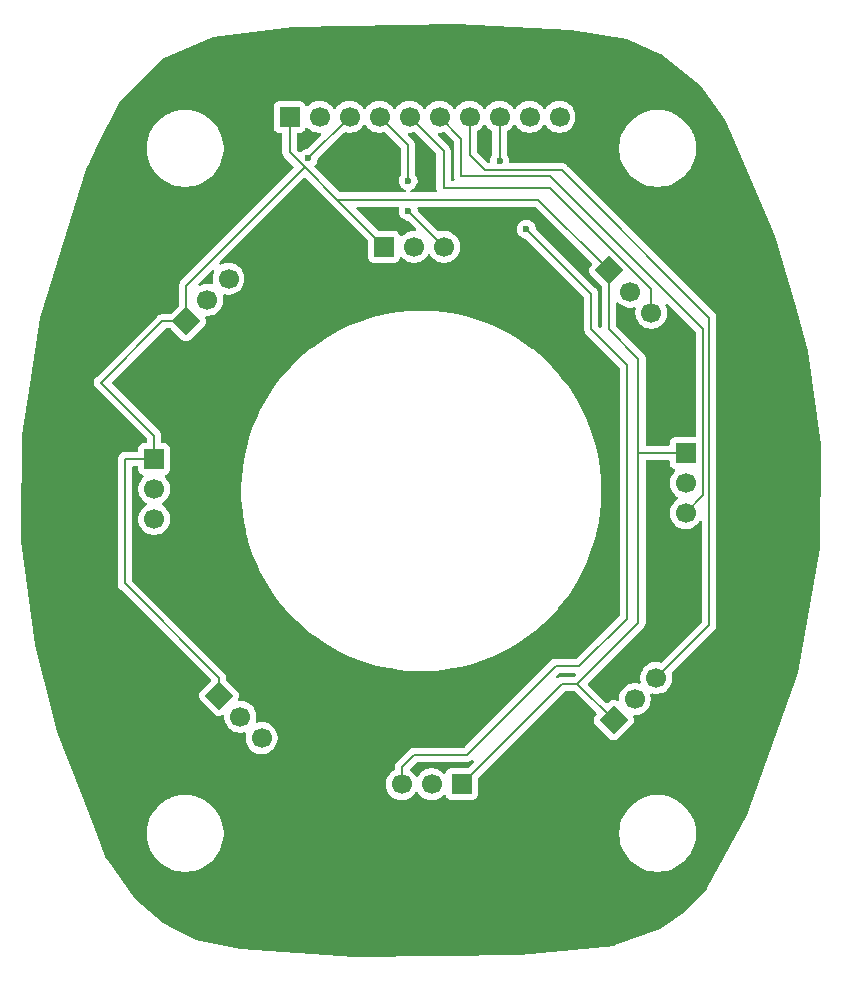
<source format=gbr>
%TF.GenerationSoftware,KiCad,Pcbnew,9.0.6*%
%TF.CreationDate,2026-01-15T18:02:00-06:00*%
%TF.ProjectId,shift,73686966-742e-46b6-9963-61645f706362,rev?*%
%TF.SameCoordinates,Original*%
%TF.FileFunction,Copper,L1,Top*%
%TF.FilePolarity,Positive*%
%FSLAX46Y46*%
G04 Gerber Fmt 4.6, Leading zero omitted, Abs format (unit mm)*
G04 Created by KiCad (PCBNEW 9.0.6) date 2026-01-15 18:02:00*
%MOMM*%
%LPD*%
G01*
G04 APERTURE LIST*
G04 Aperture macros list*
%AMRotRect*
0 Rectangle, with rotation*
0 The origin of the aperture is its center*
0 $1 length*
0 $2 width*
0 $3 Rotation angle, in degrees counterclockwise*
0 Add horizontal line*
21,1,$1,$2,0,0,$3*%
G04 Aperture macros list end*
%TA.AperFunction,ComponentPad*%
%ADD10R,1.700000X1.700000*%
%TD*%
%TA.AperFunction,ComponentPad*%
%ADD11C,1.700000*%
%TD*%
%TA.AperFunction,ComponentPad*%
%ADD12RotRect,1.700000X1.700000X135.000000*%
%TD*%
%TA.AperFunction,ComponentPad*%
%ADD13RotRect,1.700000X1.700000X45.000000*%
%TD*%
%TA.AperFunction,ViaPad*%
%ADD14C,0.600000*%
%TD*%
%TA.AperFunction,Conductor*%
%ADD15C,0.200000*%
%TD*%
G04 APERTURE END LIST*
D10*
%TO.P,J2,1,VCC*%
%TO.N,Net-(HALL0-vcc)*%
X49460000Y-42000000D03*
D11*
%TO.P,J2,2,GND*%
%TO.N,Net-(HALL0-GND)*%
X52000000Y-42000000D03*
%TO.P,J2,3,A0*%
%TO.N,Net-(HALL0-OUT)*%
X54540000Y-42000000D03*
%TO.P,J2,4,A1*%
%TO.N,Net-(HALL1-OUT)*%
X57080000Y-42000000D03*
%TO.P,J2,5,A2*%
%TO.N,Net-(HALL2-OUT)*%
X59620000Y-42000000D03*
%TO.P,J2,6,A3*%
%TO.N,Net-(HALL3-OUT)*%
X62160000Y-42000000D03*
%TO.P,J2,7,A4*%
%TO.N,Net-(HALL4-OUT)*%
X64700000Y-42000000D03*
%TO.P,J2,8,A5*%
%TO.N,Net-(HALL5-OUT)*%
X67240000Y-42000000D03*
%TO.P,J2,9,A6*%
%TO.N,Net-(HALL6-OUT)*%
X69780000Y-42000000D03*
%TO.P,J2,10,A7*%
%TO.N,Net-(HALL7-OUT)*%
X72320000Y-42000000D03*
%TD*%
D12*
%TO.P,HALL0,1,vcc*%
%TO.N,Net-(HALL0-vcc)*%
X40703949Y-59296051D03*
D11*
%TO.P,HALL0,2,GND*%
%TO.N,Net-(HALL0-GND)*%
X42500000Y-57500000D03*
%TO.P,HALL0,3,OUT*%
%TO.N,Net-(HALL0-OUT)*%
X44296051Y-55703949D03*
%TD*%
D10*
%TO.P,HALL7,1,vcc*%
%TO.N,Net-(HALL0-vcc)*%
X38000000Y-70960000D03*
D11*
%TO.P,HALL7,2,GND*%
%TO.N,Net-(HALL0-GND)*%
X38000000Y-73500000D03*
%TO.P,HALL7,3,OUT*%
%TO.N,Net-(HALL7-OUT)*%
X38000000Y-76040000D03*
%TD*%
D10*
%TO.P,HALL5,1,vcc*%
%TO.N,Net-(HALL0-vcc)*%
X64040000Y-98500000D03*
D11*
%TO.P,HALL5,2,GND*%
%TO.N,Net-(HALL0-GND)*%
X61500000Y-98500000D03*
%TO.P,HALL5,3,OUT*%
%TO.N,Net-(HALL5-OUT)*%
X58960000Y-98500000D03*
%TD*%
D12*
%TO.P,HALL4,1,vcc*%
%TO.N,Net-(HALL0-vcc)*%
X76907898Y-93092102D03*
D11*
%TO.P,HALL4,2,GND*%
%TO.N,Net-(HALL0-GND)*%
X78703949Y-91296051D03*
%TO.P,HALL4,3,OUT*%
%TO.N,Net-(HALL4-OUT)*%
X80500000Y-89500000D03*
%TD*%
D13*
%TO.P,HALL2,1,vcc*%
%TO.N,Net-(HALL0-vcc)*%
X76500000Y-55000000D03*
D11*
%TO.P,HALL2,2,GND*%
%TO.N,Net-(HALL0-GND)*%
X78296051Y-56796051D03*
%TO.P,HALL2,3,OUT*%
%TO.N,Net-(HALL2-OUT)*%
X80092102Y-58592102D03*
%TD*%
D13*
%TO.P,HALL6,1,vcc*%
%TO.N,Net-(HALL0-vcc)*%
X43500000Y-91000000D03*
D11*
%TO.P,HALL6,2,GND*%
%TO.N,Net-(HALL0-GND)*%
X45296051Y-92796051D03*
%TO.P,HALL6,3,OUT*%
%TO.N,Net-(HALL6-OUT)*%
X47092102Y-94592102D03*
%TD*%
D10*
%TO.P,HALL3,1,vcc*%
%TO.N,Net-(HALL0-vcc)*%
X83000000Y-70460000D03*
D11*
%TO.P,HALL3,2,GND*%
%TO.N,Net-(HALL0-GND)*%
X83000000Y-73000000D03*
%TO.P,HALL3,3,OUT*%
%TO.N,Net-(HALL3-OUT)*%
X83000000Y-75540000D03*
%TD*%
D10*
%TO.P,HALL1,1,vcc*%
%TO.N,Net-(HALL0-vcc)*%
X57460000Y-53000000D03*
D11*
%TO.P,HALL1,2,GND*%
%TO.N,Net-(HALL0-GND)*%
X60000000Y-53000000D03*
%TO.P,HALL1,3,OUT*%
%TO.N,Net-(HALL1-OUT)*%
X62540000Y-53000000D03*
%TD*%
D14*
%TO.N,Net-(HALL5-OUT)*%
X67240000Y-45760000D03*
X69500000Y-51500000D03*
%TO.N,Net-(HALL1-OUT)*%
X59500000Y-47399000D03*
X59520000Y-49980000D03*
%TO.N,Net-(HALL0-OUT)*%
X51040000Y-45500000D03*
%TD*%
D15*
%TO.N,Net-(HALL0-vcc)*%
X40703949Y-56296051D02*
X50730000Y-46270000D01*
X50730000Y-46270000D02*
X53480000Y-49020000D01*
X40703949Y-59296051D02*
X40703949Y-56296051D01*
X33500000Y-64500000D02*
X38703949Y-59296051D01*
X38703949Y-59296051D02*
X40703949Y-59296051D01*
X35500000Y-81500000D02*
X35500000Y-71000000D01*
X43500000Y-89500000D02*
X35500000Y-81500000D01*
X35500000Y-71000000D02*
X35540000Y-70960000D01*
X35540000Y-70960000D02*
X38000000Y-70960000D01*
X43500000Y-91000000D02*
X43500000Y-89500000D01*
%TO.N,Net-(HALL5-OUT)*%
X67240000Y-42000000D02*
X67240000Y-45760000D01*
X71500000Y-53500000D02*
X69500000Y-51500000D01*
X75000000Y-57000000D02*
X71500000Y-53500000D01*
X75000000Y-60000000D02*
X75000000Y-59000000D01*
X78000000Y-63000000D02*
X75000000Y-60000000D01*
X64500000Y-96000000D02*
X72000000Y-88500000D01*
X60000000Y-96000000D02*
X64500000Y-96000000D01*
X78000000Y-84500000D02*
X78000000Y-63000000D01*
X72000000Y-88500000D02*
X73500000Y-88500000D01*
X73500000Y-88500000D02*
X74000000Y-88500000D01*
X58960000Y-97040000D02*
X60000000Y-96000000D01*
X75000000Y-59000000D02*
X75000000Y-57000000D01*
X58960000Y-98500000D02*
X58960000Y-97040000D01*
X74000000Y-88500000D02*
X78000000Y-84500000D01*
%TO.N,Net-(HALL4-OUT)*%
X64700000Y-45200000D02*
X66000000Y-46500000D01*
X64700000Y-45200000D02*
X64700000Y-42000000D01*
X72500000Y-46500000D02*
X66000000Y-46500000D01*
X85000000Y-59000000D02*
X72500000Y-46500000D01*
X85000000Y-85000000D02*
X85000000Y-59000000D01*
X80500000Y-89500000D02*
X85000000Y-85000000D01*
%TO.N,Net-(HALL3-OUT)*%
X84500000Y-74040000D02*
X83000000Y-75540000D01*
X64000000Y-47000000D02*
X71500000Y-47000000D01*
X84500000Y-60000000D02*
X84500000Y-74040000D01*
X64000000Y-43840000D02*
X64000000Y-47000000D01*
X71500000Y-47000000D02*
X84500000Y-60000000D01*
X62160000Y-42000000D02*
X64000000Y-43840000D01*
%TO.N,Net-(HALL2-OUT)*%
X80092102Y-56592102D02*
X80092102Y-58592102D01*
X71500000Y-48000000D02*
X80092102Y-56592102D01*
X62500000Y-44880000D02*
X62500000Y-48000000D01*
X62500000Y-48000000D02*
X71500000Y-48000000D01*
X59620000Y-42000000D02*
X62500000Y-44880000D01*
%TO.N,Net-(HALL1-OUT)*%
X59500000Y-44420000D02*
X59500000Y-47399000D01*
X59520000Y-49980000D02*
X59500000Y-49960000D01*
X57080000Y-42000000D02*
X59500000Y-44420000D01*
X62540000Y-53000000D02*
X59520000Y-49980000D01*
%TO.N,Net-(HALL0-OUT)*%
X51040000Y-45500000D02*
X51000000Y-45500000D01*
X54540000Y-42000000D02*
X51040000Y-45500000D01*
%TO.N,Net-(HALL0-vcc)*%
X53500000Y-49000000D02*
X53480000Y-49020000D01*
X70500000Y-49000000D02*
X53500000Y-49000000D01*
X53480000Y-49020000D02*
X57460000Y-53000000D01*
X76500000Y-55000000D02*
X70500000Y-49000000D01*
X79000000Y-62500000D02*
X79000000Y-70500000D01*
X76500000Y-60000000D02*
X79000000Y-62500000D01*
X76500000Y-55000000D02*
X76500000Y-60000000D01*
X79540000Y-70460000D02*
X83000000Y-70460000D01*
X79500000Y-70500000D02*
X79540000Y-70460000D01*
X79000000Y-84815796D02*
X79000000Y-70500000D01*
X73815796Y-90000000D02*
X79000000Y-84815796D01*
X79000000Y-70500000D02*
X79500000Y-70500000D01*
X72540000Y-90000000D02*
X73815796Y-90000000D01*
X73815796Y-90000000D02*
X76907898Y-93092102D01*
X64040000Y-98500000D02*
X72540000Y-90000000D01*
X38000000Y-69000000D02*
X33500000Y-64500000D01*
X38000000Y-70960000D02*
X38000000Y-69000000D01*
X49730000Y-45270000D02*
X50730000Y-46270000D01*
X49460000Y-45000000D02*
X49730000Y-45270000D01*
X49460000Y-42000000D02*
X49460000Y-45000000D01*
%TD*%
%TA.AperFunction,NonConductor*%
G36*
X63523352Y-34170996D02*
G01*
X73301805Y-34678228D01*
X73314932Y-34679614D01*
X77994877Y-35427402D01*
X78023907Y-35435770D01*
X80867577Y-36647444D01*
X80896439Y-36664699D01*
X84268656Y-39363241D01*
X84291880Y-39387702D01*
X85984306Y-41743411D01*
X86339899Y-42238365D01*
X86353116Y-42261748D01*
X86831729Y-43375233D01*
X90569057Y-52070059D01*
X90586313Y-52110203D01*
X90591527Y-52124781D01*
X92308525Y-58073690D01*
X93390015Y-61820743D01*
X93393720Y-61838221D01*
X94492948Y-69824637D01*
X94494100Y-69842756D01*
X94409543Y-78501783D01*
X94407651Y-78522187D01*
X92544689Y-89046046D01*
X92539305Y-89066299D01*
X88212404Y-101128501D01*
X88204626Y-101145862D01*
X84847546Y-107320582D01*
X84827884Y-107347408D01*
X82963501Y-109281611D01*
X82944529Y-109297699D01*
X80837954Y-110747671D01*
X80810414Y-110761920D01*
X77023842Y-112153221D01*
X76993983Y-112160155D01*
X68976572Y-112999217D01*
X68965159Y-112999882D01*
X54910538Y-113169257D01*
X54900337Y-113168960D01*
X45309300Y-112493871D01*
X45291256Y-112491257D01*
X41562995Y-111667542D01*
X41534548Y-111657499D01*
X39704319Y-110747671D01*
X38765227Y-110280837D01*
X38739736Y-110263954D01*
X36376968Y-108238853D01*
X36356624Y-108216585D01*
X33966836Y-104857439D01*
X33952157Y-104830113D01*
X33074954Y-102551885D01*
X33074943Y-102551857D01*
X33058960Y-102510348D01*
X37369525Y-102510348D01*
X37369525Y-102829715D01*
X37400828Y-103147554D01*
X37463134Y-103460786D01*
X37555845Y-103766414D01*
X37678065Y-104061478D01*
X37678067Y-104061483D01*
X37828609Y-104343126D01*
X37828626Y-104343154D01*
X38006037Y-104608670D01*
X38006054Y-104608693D01*
X38208663Y-104855572D01*
X38434484Y-105081393D01*
X38434489Y-105081397D01*
X38434490Y-105081398D01*
X38681369Y-105284007D01*
X38681376Y-105284012D01*
X38681386Y-105284019D01*
X38946902Y-105461430D01*
X38946907Y-105461433D01*
X38946919Y-105461441D01*
X38946928Y-105461445D01*
X38946930Y-105461447D01*
X39228573Y-105611989D01*
X39228575Y-105611989D01*
X39228581Y-105611993D01*
X39523644Y-105734212D01*
X39829265Y-105826921D01*
X40142502Y-105889228D01*
X40460338Y-105920532D01*
X40460341Y-105920532D01*
X40779709Y-105920532D01*
X40779712Y-105920532D01*
X41097548Y-105889228D01*
X41410785Y-105826921D01*
X41716406Y-105734212D01*
X42011469Y-105611993D01*
X42293131Y-105461441D01*
X42558681Y-105284007D01*
X42805560Y-105081398D01*
X43031391Y-104855567D01*
X43234000Y-104608688D01*
X43411434Y-104343138D01*
X43561986Y-104061476D01*
X43684205Y-103766413D01*
X43776914Y-103460792D01*
X43839221Y-103147555D01*
X43870525Y-102829719D01*
X43870525Y-102510348D01*
X77369525Y-102510348D01*
X77369525Y-102829715D01*
X77400828Y-103147554D01*
X77463134Y-103460786D01*
X77555845Y-103766414D01*
X77678065Y-104061478D01*
X77678067Y-104061483D01*
X77828609Y-104343126D01*
X77828626Y-104343154D01*
X78006037Y-104608670D01*
X78006054Y-104608693D01*
X78208663Y-104855572D01*
X78434484Y-105081393D01*
X78434489Y-105081397D01*
X78434490Y-105081398D01*
X78681369Y-105284007D01*
X78681376Y-105284012D01*
X78681386Y-105284019D01*
X78946902Y-105461430D01*
X78946907Y-105461433D01*
X78946919Y-105461441D01*
X78946928Y-105461445D01*
X78946930Y-105461447D01*
X79228573Y-105611989D01*
X79228575Y-105611989D01*
X79228581Y-105611993D01*
X79523644Y-105734212D01*
X79829265Y-105826921D01*
X80142502Y-105889228D01*
X80460338Y-105920532D01*
X80460341Y-105920532D01*
X80779709Y-105920532D01*
X80779712Y-105920532D01*
X81097548Y-105889228D01*
X81410785Y-105826921D01*
X81716406Y-105734212D01*
X82011469Y-105611993D01*
X82293131Y-105461441D01*
X82558681Y-105284007D01*
X82805560Y-105081398D01*
X83031391Y-104855567D01*
X83234000Y-104608688D01*
X83411434Y-104343138D01*
X83561986Y-104061476D01*
X83684205Y-103766413D01*
X83776914Y-103460792D01*
X83839221Y-103147555D01*
X83870525Y-102829719D01*
X83870525Y-102510345D01*
X83839221Y-102192509D01*
X83776914Y-101879272D01*
X83684205Y-101573651D01*
X83561986Y-101278588D01*
X83486562Y-101137481D01*
X83411440Y-100996937D01*
X83411438Y-100996935D01*
X83411434Y-100996926D01*
X83411423Y-100996909D01*
X83234012Y-100731393D01*
X83234005Y-100731383D01*
X83234000Y-100731376D01*
X83031391Y-100484497D01*
X83031390Y-100484496D01*
X83031386Y-100484491D01*
X82805565Y-100258670D01*
X82558686Y-100056061D01*
X82558663Y-100056044D01*
X82293147Y-99878633D01*
X82293119Y-99878616D01*
X82011476Y-99728074D01*
X82011471Y-99728072D01*
X81961919Y-99707547D01*
X81835176Y-99655048D01*
X81716407Y-99605852D01*
X81410779Y-99513141D01*
X81097546Y-99450835D01*
X81097547Y-99450835D01*
X80858166Y-99427259D01*
X80779712Y-99419532D01*
X80460338Y-99419532D01*
X80387847Y-99426671D01*
X80142502Y-99450835D01*
X79829270Y-99513141D01*
X79523642Y-99605852D01*
X79228578Y-99728072D01*
X79228573Y-99728074D01*
X78946930Y-99878616D01*
X78946902Y-99878633D01*
X78681386Y-100056044D01*
X78681363Y-100056061D01*
X78434484Y-100258670D01*
X78208663Y-100484491D01*
X78006054Y-100731370D01*
X78006037Y-100731393D01*
X77828626Y-100996909D01*
X77828609Y-100996937D01*
X77678067Y-101278580D01*
X77678065Y-101278585D01*
X77555845Y-101573649D01*
X77463134Y-101879277D01*
X77400828Y-102192509D01*
X77369525Y-102510348D01*
X43870525Y-102510348D01*
X43870525Y-102510345D01*
X43839221Y-102192509D01*
X43776914Y-101879272D01*
X43684205Y-101573651D01*
X43561986Y-101278588D01*
X43486562Y-101137481D01*
X43411440Y-100996937D01*
X43411438Y-100996935D01*
X43411434Y-100996926D01*
X43411423Y-100996909D01*
X43234012Y-100731393D01*
X43234005Y-100731383D01*
X43234000Y-100731376D01*
X43031391Y-100484497D01*
X43031390Y-100484496D01*
X43031386Y-100484491D01*
X42805565Y-100258670D01*
X42558686Y-100056061D01*
X42558663Y-100056044D01*
X42293147Y-99878633D01*
X42293119Y-99878616D01*
X42011476Y-99728074D01*
X42011471Y-99728072D01*
X41961919Y-99707547D01*
X41835176Y-99655048D01*
X41716407Y-99605852D01*
X41410779Y-99513141D01*
X41097546Y-99450835D01*
X41097547Y-99450835D01*
X40858166Y-99427259D01*
X40779712Y-99419532D01*
X40460338Y-99419532D01*
X40387847Y-99426671D01*
X40142502Y-99450835D01*
X39829270Y-99513141D01*
X39523642Y-99605852D01*
X39228578Y-99728072D01*
X39228573Y-99728074D01*
X38946930Y-99878616D01*
X38946902Y-99878633D01*
X38681386Y-100056044D01*
X38681363Y-100056061D01*
X38434484Y-100258670D01*
X38208663Y-100484491D01*
X38006054Y-100731370D01*
X38006037Y-100731393D01*
X37828626Y-100996909D01*
X37828609Y-100996937D01*
X37678067Y-101278580D01*
X37678065Y-101278585D01*
X37555845Y-101573649D01*
X37463134Y-101879277D01*
X37400828Y-102192509D01*
X37369525Y-102510348D01*
X33058960Y-102510348D01*
X31979778Y-99707547D01*
X29803764Y-94056104D01*
X29799309Y-94042113D01*
X29468577Y-92741776D01*
X27936036Y-86716287D01*
X27933336Y-86702381D01*
X26747041Y-77940818D01*
X26745926Y-77923016D01*
X26753943Y-77070104D01*
X26830588Y-68916400D01*
X26832039Y-68898630D01*
X27500451Y-64579054D01*
X32899498Y-64579054D01*
X32899499Y-64579057D01*
X32940423Y-64731785D01*
X33019481Y-64868716D01*
X33019483Y-64868718D01*
X37363181Y-69212416D01*
X37377884Y-69239343D01*
X37394477Y-69265162D01*
X37395368Y-69271362D01*
X37396666Y-69273739D01*
X37399500Y-69300097D01*
X37399500Y-69485500D01*
X37379815Y-69552539D01*
X37327011Y-69598294D01*
X37275501Y-69609500D01*
X37102130Y-69609500D01*
X37102123Y-69609501D01*
X37042516Y-69615908D01*
X36907671Y-69666202D01*
X36907664Y-69666206D01*
X36792455Y-69752452D01*
X36792452Y-69752455D01*
X36706206Y-69867664D01*
X36706202Y-69867671D01*
X36655908Y-70002517D01*
X36649501Y-70062116D01*
X36649501Y-70062123D01*
X36649500Y-70062135D01*
X36649500Y-70235500D01*
X36629815Y-70302539D01*
X36577011Y-70348294D01*
X36525500Y-70359500D01*
X35626670Y-70359500D01*
X35626654Y-70359499D01*
X35619058Y-70359499D01*
X35460943Y-70359499D01*
X35351659Y-70388782D01*
X35311664Y-70399499D01*
X35311663Y-70399498D01*
X35308217Y-70400422D01*
X35308213Y-70400423D01*
X35171290Y-70479475D01*
X35171282Y-70479481D01*
X35019481Y-70631282D01*
X35019475Y-70631290D01*
X34984551Y-70691782D01*
X34984551Y-70691784D01*
X34940423Y-70768214D01*
X34940423Y-70768215D01*
X34899499Y-70920943D01*
X34899499Y-70920945D01*
X34899499Y-71089046D01*
X34899500Y-71089059D01*
X34899500Y-81413330D01*
X34899499Y-81413348D01*
X34899499Y-81579054D01*
X34899498Y-81579054D01*
X34940423Y-81731785D01*
X34969358Y-81781900D01*
X34969359Y-81781904D01*
X34969360Y-81781904D01*
X35019479Y-81868714D01*
X35019481Y-81868717D01*
X35138349Y-81987585D01*
X35138355Y-81987590D01*
X42782753Y-89631988D01*
X42816238Y-89693311D01*
X42811254Y-89763003D01*
X42782753Y-89807350D01*
X41910165Y-90679940D01*
X41910156Y-90679950D01*
X41872540Y-90726626D01*
X41812753Y-90857540D01*
X41812752Y-90857544D01*
X41792272Y-91000000D01*
X41812752Y-91142455D01*
X41812753Y-91142459D01*
X41872539Y-91273370D01*
X41872540Y-91273371D01*
X41872541Y-91273373D01*
X41910160Y-91320056D01*
X41910163Y-91320059D01*
X41910168Y-91320065D01*
X42997748Y-92407642D01*
X43179944Y-92589838D01*
X43179948Y-92589841D01*
X43179950Y-92589843D01*
X43226626Y-92627459D01*
X43357540Y-92687246D01*
X43357541Y-92687246D01*
X43357543Y-92687247D01*
X43500000Y-92707728D01*
X43642457Y-92687247D01*
X43665344Y-92676794D01*
X43770039Y-92628982D01*
X43839198Y-92619038D01*
X43902753Y-92648063D01*
X43940528Y-92706841D01*
X43945551Y-92741776D01*
X43945551Y-92902337D01*
X43978803Y-93112286D01*
X43978805Y-93112294D01*
X44031625Y-93274857D01*
X44044495Y-93314465D01*
X44141002Y-93503871D01*
X44265941Y-93675837D01*
X44416264Y-93826160D01*
X44588230Y-93951099D01*
X44588232Y-93951100D01*
X44588235Y-93951102D01*
X44777639Y-94047608D01*
X44979808Y-94113297D01*
X45189764Y-94146551D01*
X45189765Y-94146551D01*
X45402337Y-94146551D01*
X45402338Y-94146551D01*
X45612294Y-94113297D01*
X45621641Y-94110259D01*
X45691476Y-94108259D01*
X45751312Y-94144334D01*
X45782145Y-94207033D01*
X45777897Y-94266496D01*
X45774857Y-94275853D01*
X45774855Y-94275861D01*
X45741602Y-94485815D01*
X45741602Y-94698389D01*
X45751636Y-94761746D01*
X45774855Y-94908341D01*
X45840546Y-95110516D01*
X45937053Y-95299922D01*
X46061992Y-95471888D01*
X46212315Y-95622211D01*
X46384281Y-95747150D01*
X46384283Y-95747151D01*
X46384286Y-95747153D01*
X46573690Y-95843659D01*
X46775859Y-95909348D01*
X46985815Y-95942602D01*
X46985816Y-95942602D01*
X47198388Y-95942602D01*
X47198389Y-95942602D01*
X47408345Y-95909348D01*
X47610514Y-95843659D01*
X47799918Y-95747153D01*
X47821891Y-95731188D01*
X47971888Y-95622211D01*
X47971890Y-95622208D01*
X47971894Y-95622206D01*
X48122206Y-95471894D01*
X48122208Y-95471890D01*
X48122211Y-95471888D01*
X48247150Y-95299922D01*
X48247149Y-95299922D01*
X48247153Y-95299918D01*
X48343659Y-95110514D01*
X48409348Y-94908345D01*
X48442602Y-94698389D01*
X48442602Y-94485815D01*
X48409348Y-94275859D01*
X48343659Y-94073690D01*
X48247153Y-93884286D01*
X48247151Y-93884283D01*
X48247150Y-93884281D01*
X48122211Y-93712315D01*
X47971888Y-93561992D01*
X47799922Y-93437053D01*
X47610516Y-93340546D01*
X47610515Y-93340545D01*
X47610514Y-93340545D01*
X47408345Y-93274856D01*
X47408343Y-93274855D01*
X47408342Y-93274855D01*
X47247059Y-93249310D01*
X47198389Y-93241602D01*
X46985815Y-93241602D01*
X46946304Y-93247859D01*
X46775861Y-93274855D01*
X46775853Y-93274857D01*
X46766496Y-93277897D01*
X46696655Y-93279887D01*
X46636825Y-93243801D01*
X46606002Y-93181097D01*
X46610259Y-93121642D01*
X46613297Y-93112294D01*
X46646551Y-92902338D01*
X46646551Y-92689764D01*
X46613297Y-92479808D01*
X46547608Y-92277639D01*
X46451102Y-92088235D01*
X46451100Y-92088232D01*
X46451099Y-92088230D01*
X46326160Y-91916264D01*
X46175837Y-91765941D01*
X46003871Y-91641002D01*
X45814465Y-91544495D01*
X45814464Y-91544494D01*
X45814463Y-91544494D01*
X45612294Y-91478805D01*
X45612292Y-91478804D01*
X45612291Y-91478804D01*
X45451008Y-91453259D01*
X45402338Y-91445551D01*
X45241776Y-91445551D01*
X45174737Y-91425866D01*
X45128982Y-91373062D01*
X45119038Y-91303904D01*
X45128982Y-91270039D01*
X45187246Y-91142459D01*
X45187245Y-91142459D01*
X45187247Y-91142457D01*
X45207728Y-91000000D01*
X45187247Y-90857543D01*
X45167456Y-90814208D01*
X45127460Y-90726629D01*
X45127459Y-90726628D01*
X45127459Y-90726627D01*
X45089840Y-90679944D01*
X45089835Y-90679939D01*
X45089831Y-90679934D01*
X44136819Y-89726923D01*
X44103334Y-89665600D01*
X44100500Y-89639242D01*
X44100500Y-89420944D01*
X44100500Y-89420943D01*
X44094754Y-89399500D01*
X44087531Y-89372541D01*
X44059577Y-89268216D01*
X44010815Y-89183757D01*
X43980524Y-89131290D01*
X43980521Y-89131286D01*
X43980520Y-89131284D01*
X43868716Y-89019480D01*
X43868715Y-89019479D01*
X43864385Y-89015149D01*
X43864374Y-89015139D01*
X36136819Y-81287584D01*
X36103334Y-81226261D01*
X36100500Y-81199903D01*
X36100500Y-71684500D01*
X36120185Y-71617461D01*
X36172989Y-71571706D01*
X36224500Y-71560500D01*
X36525501Y-71560500D01*
X36592540Y-71580185D01*
X36638295Y-71632989D01*
X36649501Y-71684500D01*
X36649501Y-71857876D01*
X36655908Y-71917483D01*
X36706202Y-72052328D01*
X36706206Y-72052335D01*
X36792452Y-72167544D01*
X36792455Y-72167547D01*
X36907664Y-72253793D01*
X36907671Y-72253797D01*
X37039082Y-72302810D01*
X37095016Y-72344681D01*
X37119433Y-72410145D01*
X37104582Y-72478418D01*
X37083431Y-72506673D01*
X36969889Y-72620215D01*
X36844951Y-72792179D01*
X36748444Y-72981585D01*
X36682753Y-73183760D01*
X36665031Y-73295653D01*
X36649500Y-73393713D01*
X36649500Y-73606287D01*
X36682754Y-73816243D01*
X36703402Y-73879792D01*
X36748444Y-74018414D01*
X36844951Y-74207820D01*
X36969890Y-74379786D01*
X37120213Y-74530109D01*
X37292182Y-74655050D01*
X37300946Y-74659516D01*
X37351742Y-74707491D01*
X37368536Y-74775312D01*
X37345998Y-74841447D01*
X37300946Y-74880484D01*
X37292182Y-74884949D01*
X37120213Y-75009890D01*
X36969890Y-75160213D01*
X36844951Y-75332179D01*
X36748444Y-75521585D01*
X36748443Y-75521587D01*
X36748443Y-75521588D01*
X36715598Y-75622672D01*
X36682753Y-75723760D01*
X36661771Y-75856239D01*
X36649500Y-75933713D01*
X36649500Y-76146287D01*
X36659534Y-76209644D01*
X36671399Y-76284555D01*
X36682754Y-76356243D01*
X36703402Y-76419792D01*
X36748444Y-76558414D01*
X36844951Y-76747820D01*
X36969890Y-76919786D01*
X37120213Y-77070109D01*
X37292179Y-77195048D01*
X37292181Y-77195049D01*
X37292184Y-77195051D01*
X37481588Y-77291557D01*
X37683757Y-77357246D01*
X37893713Y-77390500D01*
X37893714Y-77390500D01*
X38106286Y-77390500D01*
X38106287Y-77390500D01*
X38316243Y-77357246D01*
X38518412Y-77291557D01*
X38707816Y-77195051D01*
X38729789Y-77179086D01*
X38879786Y-77070109D01*
X38879788Y-77070106D01*
X38879792Y-77070104D01*
X39030104Y-76919792D01*
X39030106Y-76919788D01*
X39030109Y-76919786D01*
X39155048Y-76747820D01*
X39155047Y-76747820D01*
X39155051Y-76747816D01*
X39251557Y-76558412D01*
X39317246Y-76356243D01*
X39350500Y-76146287D01*
X39350500Y-75933713D01*
X39317246Y-75723757D01*
X39251557Y-75521588D01*
X39155051Y-75332184D01*
X39155049Y-75332181D01*
X39155048Y-75332179D01*
X39030109Y-75160213D01*
X38879786Y-75009890D01*
X38707820Y-74884951D01*
X38707115Y-74884591D01*
X38699054Y-74880485D01*
X38648259Y-74832512D01*
X38631463Y-74764692D01*
X38653999Y-74698556D01*
X38699054Y-74659515D01*
X38707816Y-74655051D01*
X38729789Y-74639086D01*
X38879786Y-74530109D01*
X38879788Y-74530106D01*
X38879792Y-74530104D01*
X39030104Y-74379792D01*
X39030106Y-74379788D01*
X39030109Y-74379786D01*
X39155048Y-74207820D01*
X39155047Y-74207820D01*
X39155051Y-74207816D01*
X39251557Y-74018412D01*
X39317246Y-73816243D01*
X39350500Y-73606287D01*
X39350500Y-73393713D01*
X39334969Y-73295653D01*
X45369525Y-73295653D01*
X45369525Y-74044411D01*
X45384117Y-74341447D01*
X45406264Y-74792270D01*
X45479653Y-75537405D01*
X45589520Y-76278071D01*
X45735596Y-77012443D01*
X45781337Y-77195051D01*
X45917530Y-77738760D01*
X45976135Y-77931956D01*
X46134887Y-78455294D01*
X46387123Y-79160245D01*
X46673656Y-79851999D01*
X46673662Y-79852014D01*
X46673666Y-79852024D01*
X46673668Y-79852027D01*
X46993803Y-80528896D01*
X46993808Y-80528905D01*
X46993814Y-80528918D01*
X47346760Y-81189232D01*
X47346778Y-81189264D01*
X47701994Y-81781904D01*
X47731704Y-81831472D01*
X48147691Y-82454041D01*
X48593725Y-83055448D01*
X48593729Y-83055453D01*
X48593736Y-83055461D01*
X49068735Y-83634251D01*
X49571561Y-84189033D01*
X50101023Y-84718495D01*
X50655805Y-85221321D01*
X51028628Y-85527288D01*
X51234609Y-85696332D01*
X51836016Y-86142366D01*
X52458585Y-86558353D01*
X52458592Y-86558357D01*
X53100792Y-86943278D01*
X53100802Y-86943283D01*
X53100816Y-86943292D01*
X53139846Y-86964154D01*
X53761138Y-87296242D01*
X53761142Y-87296244D01*
X53761161Y-87296254D01*
X54438030Y-87616389D01*
X55129792Y-87902926D01*
X55129807Y-87902931D01*
X55129811Y-87902933D01*
X55834762Y-88155169D01*
X55834770Y-88155171D01*
X55834780Y-88155175D01*
X56551297Y-88372527D01*
X57277615Y-88554461D01*
X58011985Y-88700536D01*
X58752639Y-88810402D01*
X59497791Y-88883793D01*
X60245646Y-88920532D01*
X60245660Y-88920532D01*
X60994390Y-88920532D01*
X60994404Y-88920532D01*
X61742259Y-88883793D01*
X62487411Y-88810402D01*
X63228065Y-88700536D01*
X63962435Y-88554461D01*
X64688753Y-88372527D01*
X65405270Y-88155175D01*
X66110258Y-87902926D01*
X66802020Y-87616389D01*
X67478889Y-87296254D01*
X68139234Y-86943292D01*
X68781465Y-86558353D01*
X69404034Y-86142366D01*
X70005441Y-85696332D01*
X70542529Y-85255554D01*
X70584244Y-85221321D01*
X70888421Y-84945629D01*
X71139032Y-84718490D01*
X71668483Y-84189039D01*
X71895622Y-83938428D01*
X72171314Y-83634251D01*
X72205547Y-83592536D01*
X72646325Y-83055448D01*
X73092359Y-82454041D01*
X73508346Y-81831472D01*
X73893285Y-81189241D01*
X74246247Y-80528896D01*
X74566382Y-79852027D01*
X74852919Y-79160265D01*
X75105168Y-78455277D01*
X75322520Y-77738760D01*
X75504454Y-77012442D01*
X75650529Y-76278072D01*
X75760395Y-75537418D01*
X75833786Y-74792266D01*
X75870525Y-74044411D01*
X75870525Y-73295653D01*
X75833786Y-72547798D01*
X75760395Y-71802646D01*
X75650529Y-71061992D01*
X75504454Y-70327622D01*
X75322520Y-69601304D01*
X75105168Y-68884787D01*
X75084061Y-68825798D01*
X74852926Y-68179818D01*
X74852924Y-68179814D01*
X74852919Y-68179799D01*
X74566382Y-67488037D01*
X74246247Y-66811168D01*
X73893285Y-66150823D01*
X73508346Y-65508592D01*
X73092359Y-64886023D01*
X72646325Y-64284616D01*
X72477281Y-64078635D01*
X72171314Y-63705812D01*
X71668488Y-63151030D01*
X71139026Y-62621568D01*
X70584244Y-62118742D01*
X70057232Y-61686236D01*
X70005441Y-61643732D01*
X69404034Y-61197698D01*
X68781465Y-60781711D01*
X68781457Y-60781706D01*
X68139257Y-60396785D01*
X68139225Y-60396767D01*
X67478911Y-60043821D01*
X67478898Y-60043815D01*
X67478889Y-60043810D01*
X66802020Y-59723675D01*
X66802017Y-59723673D01*
X66802007Y-59723669D01*
X66801992Y-59723663D01*
X66194166Y-59471894D01*
X66110258Y-59437138D01*
X66110252Y-59437136D01*
X66110238Y-59437130D01*
X65405287Y-59184894D01*
X65160087Y-59110514D01*
X64688753Y-58967537D01*
X64688745Y-58967535D01*
X64688746Y-58967535D01*
X63962436Y-58785603D01*
X63228064Y-58639527D01*
X62487398Y-58529660D01*
X61742260Y-58456271D01*
X61742266Y-58456271D01*
X61492974Y-58444024D01*
X60994404Y-58419532D01*
X60245646Y-58419532D01*
X59694594Y-58446602D01*
X59497786Y-58456271D01*
X58752651Y-58529660D01*
X58011985Y-58639527D01*
X57277613Y-58785603D01*
X56551304Y-58967535D01*
X55834762Y-59184894D01*
X55129811Y-59437130D01*
X54438057Y-59723663D01*
X54438042Y-59723669D01*
X53761138Y-60043821D01*
X53100824Y-60396767D01*
X53100792Y-60396785D01*
X52458592Y-60781706D01*
X52458581Y-60781713D01*
X51836033Y-61197686D01*
X51836024Y-61197692D01*
X51836016Y-61197698D01*
X51490363Y-61454051D01*
X51234603Y-61643736D01*
X51234595Y-61643743D01*
X50655805Y-62118742D01*
X50101023Y-62621568D01*
X49571561Y-63151030D01*
X49068735Y-63705812D01*
X48593736Y-64284602D01*
X48593729Y-64284610D01*
X48593725Y-64284616D01*
X48147691Y-64886023D01*
X48147685Y-64886031D01*
X48147679Y-64886040D01*
X47731706Y-65508588D01*
X47731699Y-65508599D01*
X47346778Y-66150799D01*
X47346760Y-66150831D01*
X46993814Y-66811145D01*
X46673662Y-67488049D01*
X46673656Y-67488064D01*
X46387123Y-68179818D01*
X46134887Y-68884769D01*
X46023352Y-69252454D01*
X45929418Y-69562116D01*
X45917528Y-69601311D01*
X45735596Y-70327620D01*
X45589520Y-71061992D01*
X45479653Y-71802658D01*
X45406264Y-72547793D01*
X45402706Y-72620215D01*
X45369525Y-73295653D01*
X39334969Y-73295653D01*
X39317246Y-73183757D01*
X39251557Y-72981588D01*
X39155051Y-72792184D01*
X39155049Y-72792181D01*
X39155048Y-72792179D01*
X39030109Y-72620213D01*
X38916569Y-72506673D01*
X38883084Y-72445350D01*
X38888068Y-72375658D01*
X38929940Y-72319725D01*
X38960915Y-72302810D01*
X39092331Y-72253796D01*
X39207546Y-72167546D01*
X39293796Y-72052331D01*
X39344091Y-71917483D01*
X39350500Y-71857873D01*
X39350499Y-70062128D01*
X39344091Y-70002517D01*
X39293796Y-69867669D01*
X39293795Y-69867668D01*
X39293793Y-69867664D01*
X39207547Y-69752455D01*
X39207544Y-69752452D01*
X39092335Y-69666206D01*
X39092328Y-69666202D01*
X38957482Y-69615908D01*
X38957483Y-69615908D01*
X38897883Y-69609501D01*
X38897881Y-69609500D01*
X38897873Y-69609500D01*
X38897865Y-69609500D01*
X38724500Y-69609500D01*
X38657461Y-69589815D01*
X38611706Y-69537011D01*
X38600500Y-69485500D01*
X38600500Y-69089059D01*
X38600501Y-69089046D01*
X38600501Y-68920945D01*
X38600501Y-68920943D01*
X38559577Y-68768215D01*
X38507397Y-68677837D01*
X38480520Y-68631284D01*
X38368716Y-68519480D01*
X38368713Y-68519478D01*
X34436916Y-64587681D01*
X34403431Y-64526358D01*
X34408415Y-64456666D01*
X34436916Y-64412319D01*
X38916365Y-59932870D01*
X38977688Y-59899385D01*
X39004046Y-59896551D01*
X39343191Y-59896551D01*
X39410230Y-59916236D01*
X39430872Y-59932870D01*
X40383893Y-60885889D01*
X40383897Y-60885892D01*
X40383899Y-60885894D01*
X40430575Y-60923510D01*
X40561489Y-60983297D01*
X40561490Y-60983297D01*
X40561492Y-60983298D01*
X40703949Y-61003779D01*
X40846406Y-60983298D01*
X40977322Y-60923510D01*
X41024005Y-60885891D01*
X42293787Y-59616107D01*
X42331408Y-59569424D01*
X42391196Y-59438508D01*
X42411677Y-59296051D01*
X42391196Y-59153594D01*
X42357158Y-59079061D01*
X42332931Y-59026012D01*
X42322987Y-58956853D01*
X42352012Y-58893298D01*
X42410790Y-58855523D01*
X42445725Y-58850500D01*
X42606286Y-58850500D01*
X42606287Y-58850500D01*
X42816243Y-58817246D01*
X43018412Y-58751557D01*
X43207816Y-58655051D01*
X43229789Y-58639086D01*
X43379786Y-58530109D01*
X43379788Y-58530106D01*
X43379792Y-58530104D01*
X43530104Y-58379792D01*
X43530106Y-58379788D01*
X43530109Y-58379786D01*
X43655048Y-58207820D01*
X43655047Y-58207820D01*
X43655051Y-58207816D01*
X43751557Y-58018412D01*
X43817246Y-57816243D01*
X43850500Y-57606287D01*
X43850500Y-57393713D01*
X43817246Y-57183757D01*
X43814207Y-57174406D01*
X43812209Y-57104568D01*
X43848287Y-57044734D01*
X43910987Y-57013903D01*
X43970457Y-57018156D01*
X43979808Y-57021195D01*
X44189764Y-57054449D01*
X44189765Y-57054449D01*
X44402337Y-57054449D01*
X44402338Y-57054449D01*
X44612294Y-57021195D01*
X44814463Y-56955506D01*
X45003867Y-56859000D01*
X45117333Y-56776563D01*
X45175837Y-56734058D01*
X45175839Y-56734055D01*
X45175843Y-56734053D01*
X45326155Y-56583741D01*
X45326157Y-56583737D01*
X45326160Y-56583735D01*
X45451099Y-56411769D01*
X45451098Y-56411769D01*
X45451102Y-56411765D01*
X45547608Y-56222361D01*
X45613297Y-56020192D01*
X45646551Y-55810236D01*
X45646551Y-55597662D01*
X45613297Y-55387706D01*
X45547608Y-55185537D01*
X45451102Y-54996133D01*
X45451100Y-54996130D01*
X45451099Y-54996128D01*
X45326160Y-54824162D01*
X45175837Y-54673839D01*
X45003871Y-54548900D01*
X44814465Y-54452393D01*
X44814464Y-54452392D01*
X44814463Y-54452392D01*
X44612294Y-54386703D01*
X44612292Y-54386702D01*
X44612291Y-54386702D01*
X44451008Y-54361157D01*
X44402338Y-54353449D01*
X44189764Y-54353449D01*
X44141093Y-54361157D01*
X43979811Y-54386702D01*
X43777633Y-54452394D01*
X43698828Y-54492547D01*
X43630159Y-54505443D01*
X43565419Y-54479166D01*
X43525162Y-54422060D01*
X43522170Y-54352254D01*
X43554851Y-54294383D01*
X50642319Y-47206916D01*
X50703642Y-47173431D01*
X50773334Y-47178415D01*
X50817681Y-47206916D01*
X56073181Y-52462416D01*
X56106666Y-52523739D01*
X56109500Y-52550097D01*
X56109500Y-53897870D01*
X56109501Y-53897876D01*
X56115908Y-53957483D01*
X56166202Y-54092328D01*
X56166206Y-54092335D01*
X56252452Y-54207544D01*
X56252455Y-54207547D01*
X56367664Y-54293793D01*
X56367671Y-54293797D01*
X56502517Y-54344091D01*
X56502516Y-54344091D01*
X56509444Y-54344835D01*
X56562127Y-54350500D01*
X58357872Y-54350499D01*
X58417483Y-54344091D01*
X58552331Y-54293796D01*
X58667546Y-54207546D01*
X58753796Y-54092331D01*
X58802810Y-53960916D01*
X58844681Y-53904984D01*
X58910145Y-53880566D01*
X58978418Y-53895417D01*
X59006673Y-53916569D01*
X59120213Y-54030109D01*
X59292179Y-54155048D01*
X59292181Y-54155049D01*
X59292184Y-54155051D01*
X59481588Y-54251557D01*
X59683757Y-54317246D01*
X59893713Y-54350500D01*
X59893714Y-54350500D01*
X60106286Y-54350500D01*
X60106287Y-54350500D01*
X60316243Y-54317246D01*
X60518412Y-54251557D01*
X60707816Y-54155051D01*
X60794138Y-54092335D01*
X60879786Y-54030109D01*
X60879788Y-54030106D01*
X60879792Y-54030104D01*
X61030104Y-53879792D01*
X61030106Y-53879788D01*
X61030109Y-53879786D01*
X61155048Y-53707820D01*
X61155047Y-53707820D01*
X61155051Y-53707816D01*
X61159514Y-53699054D01*
X61207488Y-53648259D01*
X61275308Y-53631463D01*
X61341444Y-53653999D01*
X61380486Y-53699056D01*
X61384951Y-53707820D01*
X61509890Y-53879786D01*
X61660213Y-54030109D01*
X61832179Y-54155048D01*
X61832181Y-54155049D01*
X61832184Y-54155051D01*
X62021588Y-54251557D01*
X62223757Y-54317246D01*
X62433713Y-54350500D01*
X62433714Y-54350500D01*
X62646286Y-54350500D01*
X62646287Y-54350500D01*
X62856243Y-54317246D01*
X63058412Y-54251557D01*
X63247816Y-54155051D01*
X63334138Y-54092335D01*
X63419786Y-54030109D01*
X63419788Y-54030106D01*
X63419792Y-54030104D01*
X63570104Y-53879792D01*
X63570106Y-53879788D01*
X63570109Y-53879786D01*
X63695048Y-53707820D01*
X63695047Y-53707820D01*
X63695051Y-53707816D01*
X63791557Y-53518412D01*
X63857246Y-53316243D01*
X63890500Y-53106287D01*
X63890500Y-52893713D01*
X63857246Y-52683757D01*
X63791557Y-52481588D01*
X63695051Y-52292184D01*
X63695049Y-52292181D01*
X63695048Y-52292179D01*
X63570109Y-52120213D01*
X63419786Y-51969890D01*
X63247820Y-51844951D01*
X63058414Y-51748444D01*
X63058413Y-51748443D01*
X63058412Y-51748443D01*
X62856243Y-51682754D01*
X62856241Y-51682753D01*
X62856240Y-51682753D01*
X62694957Y-51657208D01*
X62646287Y-51649500D01*
X62433713Y-51649500D01*
X62405006Y-51654046D01*
X62223757Y-51682753D01*
X62181473Y-51696492D01*
X62111632Y-51698486D01*
X62055476Y-51666241D01*
X60354574Y-49965339D01*
X60345511Y-49948743D01*
X60332379Y-49935133D01*
X60321974Y-49905637D01*
X60321089Y-49904016D01*
X60320638Y-49901849D01*
X60290173Y-49748691D01*
X60296400Y-49679100D01*
X60339263Y-49623922D01*
X60405153Y-49600678D01*
X60411790Y-49600500D01*
X70199903Y-49600500D01*
X70266942Y-49620185D01*
X70287584Y-49636819D01*
X75032754Y-54381989D01*
X75066239Y-54443312D01*
X75061255Y-54513004D01*
X75032756Y-54557349D01*
X74916267Y-54673839D01*
X74910156Y-54679950D01*
X74872540Y-54726626D01*
X74812753Y-54857540D01*
X74812752Y-54857544D01*
X74792272Y-55000000D01*
X74812752Y-55142455D01*
X74812753Y-55142459D01*
X74872539Y-55273370D01*
X74872540Y-55273371D01*
X74872541Y-55273373D01*
X74910160Y-55320056D01*
X74910163Y-55320059D01*
X74910168Y-55320065D01*
X75863181Y-56273075D01*
X75896666Y-56334398D01*
X75899500Y-56360756D01*
X75899500Y-59750902D01*
X75893261Y-59772147D01*
X75891682Y-59794236D01*
X75883609Y-59805019D01*
X75879815Y-59817941D01*
X75863081Y-59832440D01*
X75849810Y-59850169D01*
X75837189Y-59854876D01*
X75827011Y-59863696D01*
X75805093Y-59866847D01*
X75784346Y-59874586D01*
X75771185Y-59871723D01*
X75757853Y-59873640D01*
X75737709Y-59864440D01*
X75716073Y-59859734D01*
X75698347Y-59846465D01*
X75694297Y-59844615D01*
X75687819Y-59838583D01*
X75636819Y-59787583D01*
X75603334Y-59726260D01*
X75600500Y-59699902D01*
X75600500Y-56920942D01*
X75593964Y-56896552D01*
X75593963Y-56896549D01*
X75587296Y-56871669D01*
X75561815Y-56776570D01*
X75559577Y-56768216D01*
X75480520Y-56631284D01*
X75368716Y-56519480D01*
X75368715Y-56519479D01*
X75364385Y-56515149D01*
X75364374Y-56515139D01*
X70334574Y-51485339D01*
X70301089Y-51424016D01*
X70300638Y-51421849D01*
X70269738Y-51266510D01*
X70269737Y-51266503D01*
X70269735Y-51266498D01*
X70209397Y-51120827D01*
X70209390Y-51120814D01*
X70121789Y-50989711D01*
X70121786Y-50989707D01*
X70010292Y-50878213D01*
X70010288Y-50878210D01*
X69879185Y-50790609D01*
X69879172Y-50790602D01*
X69733501Y-50730264D01*
X69733489Y-50730261D01*
X69578845Y-50699500D01*
X69578842Y-50699500D01*
X69421158Y-50699500D01*
X69421155Y-50699500D01*
X69266510Y-50730261D01*
X69266498Y-50730264D01*
X69120827Y-50790602D01*
X69120814Y-50790609D01*
X68989711Y-50878210D01*
X68989707Y-50878213D01*
X68878213Y-50989707D01*
X68878210Y-50989711D01*
X68790609Y-51120814D01*
X68790602Y-51120827D01*
X68730264Y-51266498D01*
X68730261Y-51266510D01*
X68699500Y-51421153D01*
X68699500Y-51578846D01*
X68730261Y-51733489D01*
X68730264Y-51733501D01*
X68790602Y-51879172D01*
X68790609Y-51879185D01*
X68878210Y-52010288D01*
X68878213Y-52010292D01*
X68989707Y-52121786D01*
X68989711Y-52121789D01*
X69120814Y-52209390D01*
X69120827Y-52209397D01*
X69266498Y-52269735D01*
X69266503Y-52269737D01*
X69331147Y-52282595D01*
X69421849Y-52300638D01*
X69483760Y-52333023D01*
X69485339Y-52334574D01*
X74363181Y-57212416D01*
X74396666Y-57273739D01*
X74399500Y-57300097D01*
X74399500Y-59913330D01*
X74399499Y-59913348D01*
X74399499Y-60079054D01*
X74399498Y-60079054D01*
X74440423Y-60231785D01*
X74469358Y-60281900D01*
X74469359Y-60281904D01*
X74469360Y-60281904D01*
X74519479Y-60368714D01*
X74519481Y-60368717D01*
X74638349Y-60487585D01*
X74638355Y-60487590D01*
X77363181Y-63212416D01*
X77396666Y-63273739D01*
X77399500Y-63300097D01*
X77399500Y-84199903D01*
X77379815Y-84266942D01*
X77363181Y-84287584D01*
X73787584Y-87863181D01*
X73726261Y-87896666D01*
X73699903Y-87899500D01*
X72086670Y-87899500D01*
X72086654Y-87899499D01*
X72079058Y-87899499D01*
X71920943Y-87899499D01*
X71844579Y-87919961D01*
X71768214Y-87940423D01*
X71768209Y-87940426D01*
X71631290Y-88019475D01*
X71631282Y-88019481D01*
X64287584Y-95363181D01*
X64226261Y-95396666D01*
X64199903Y-95399500D01*
X60079057Y-95399500D01*
X59920943Y-95399500D01*
X59768215Y-95440423D01*
X59768214Y-95440423D01*
X59768212Y-95440424D01*
X59768209Y-95440425D01*
X59718096Y-95469359D01*
X59718095Y-95469360D01*
X59674689Y-95494420D01*
X59631285Y-95519479D01*
X59631282Y-95519481D01*
X58479481Y-96671282D01*
X58479479Y-96671285D01*
X58429361Y-96758094D01*
X58429359Y-96758096D01*
X58400425Y-96808209D01*
X58400424Y-96808210D01*
X58400423Y-96808215D01*
X58359499Y-96960943D01*
X58359499Y-96960945D01*
X58359499Y-97129046D01*
X58359500Y-97129059D01*
X58359500Y-97214281D01*
X58339815Y-97281320D01*
X58291795Y-97324765D01*
X58252185Y-97344947D01*
X58252184Y-97344948D01*
X58080213Y-97469890D01*
X57929890Y-97620213D01*
X57804951Y-97792179D01*
X57708444Y-97981585D01*
X57642753Y-98183760D01*
X57609500Y-98393713D01*
X57609500Y-98606286D01*
X57642753Y-98816239D01*
X57708444Y-99018414D01*
X57804951Y-99207820D01*
X57929890Y-99379786D01*
X58080213Y-99530109D01*
X58252179Y-99655048D01*
X58252181Y-99655049D01*
X58252184Y-99655051D01*
X58441588Y-99751557D01*
X58643757Y-99817246D01*
X58853713Y-99850500D01*
X58853714Y-99850500D01*
X59066286Y-99850500D01*
X59066287Y-99850500D01*
X59276243Y-99817246D01*
X59478412Y-99751557D01*
X59667816Y-99655051D01*
X59754138Y-99592335D01*
X59839786Y-99530109D01*
X59839788Y-99530106D01*
X59839792Y-99530104D01*
X59990104Y-99379792D01*
X59990106Y-99379788D01*
X59990109Y-99379786D01*
X60115048Y-99207820D01*
X60115047Y-99207820D01*
X60115051Y-99207816D01*
X60119514Y-99199054D01*
X60167488Y-99148259D01*
X60235308Y-99131463D01*
X60301444Y-99153999D01*
X60340486Y-99199056D01*
X60344951Y-99207820D01*
X60469890Y-99379786D01*
X60620213Y-99530109D01*
X60792179Y-99655048D01*
X60792181Y-99655049D01*
X60792184Y-99655051D01*
X60981588Y-99751557D01*
X61183757Y-99817246D01*
X61393713Y-99850500D01*
X61393714Y-99850500D01*
X61606286Y-99850500D01*
X61606287Y-99850500D01*
X61816243Y-99817246D01*
X62018412Y-99751557D01*
X62207816Y-99655051D01*
X62379792Y-99530104D01*
X62493329Y-99416566D01*
X62554648Y-99383084D01*
X62624340Y-99388068D01*
X62680274Y-99429939D01*
X62697189Y-99460917D01*
X62746202Y-99592328D01*
X62746206Y-99592335D01*
X62832452Y-99707544D01*
X62832455Y-99707547D01*
X62947664Y-99793793D01*
X62947671Y-99793797D01*
X63082517Y-99844091D01*
X63082516Y-99844091D01*
X63089444Y-99844835D01*
X63142127Y-99850500D01*
X64937872Y-99850499D01*
X64997483Y-99844091D01*
X65132331Y-99793796D01*
X65247546Y-99707546D01*
X65333796Y-99592331D01*
X65384091Y-99457483D01*
X65390500Y-99397873D01*
X65390499Y-98050095D01*
X65410184Y-97983057D01*
X65426813Y-97962420D01*
X72752416Y-90636819D01*
X72813739Y-90603334D01*
X72840097Y-90600500D01*
X73515699Y-90600500D01*
X73582738Y-90620185D01*
X73603380Y-90636819D01*
X75440651Y-92474091D01*
X75474136Y-92535414D01*
X75469152Y-92605106D01*
X75440652Y-92649453D01*
X75318055Y-92772051D01*
X75318054Y-92772052D01*
X75280438Y-92818728D01*
X75220651Y-92949642D01*
X75220650Y-92949646D01*
X75200170Y-93092102D01*
X75220650Y-93234557D01*
X75220651Y-93234561D01*
X75280437Y-93365472D01*
X75280438Y-93365473D01*
X75280439Y-93365475D01*
X75318058Y-93412158D01*
X75318061Y-93412161D01*
X75318066Y-93412167D01*
X76391717Y-94485815D01*
X76587842Y-94681940D01*
X76587846Y-94681943D01*
X76587848Y-94681945D01*
X76634524Y-94719561D01*
X76765438Y-94779348D01*
X76765439Y-94779348D01*
X76765441Y-94779349D01*
X76907898Y-94799830D01*
X77050355Y-94779349D01*
X77181271Y-94719561D01*
X77227954Y-94681942D01*
X78497736Y-93412158D01*
X78535357Y-93365475D01*
X78595145Y-93234559D01*
X78615626Y-93092102D01*
X78595145Y-92949645D01*
X78595144Y-92949642D01*
X78536880Y-92822063D01*
X78526936Y-92752904D01*
X78555961Y-92689349D01*
X78614739Y-92651574D01*
X78649674Y-92646551D01*
X78810235Y-92646551D01*
X78810236Y-92646551D01*
X79020192Y-92613297D01*
X79222361Y-92547608D01*
X79411765Y-92451102D01*
X79471583Y-92407642D01*
X79583735Y-92326160D01*
X79583737Y-92326157D01*
X79583741Y-92326155D01*
X79734053Y-92175843D01*
X79734055Y-92175839D01*
X79734058Y-92175837D01*
X79858997Y-92003871D01*
X79858996Y-92003871D01*
X79859000Y-92003867D01*
X79955506Y-91814463D01*
X80021195Y-91612294D01*
X80054449Y-91402338D01*
X80054449Y-91189764D01*
X80021195Y-90979808D01*
X80018156Y-90970457D01*
X80016158Y-90900619D01*
X80052236Y-90840785D01*
X80114936Y-90809954D01*
X80174406Y-90814207D01*
X80183757Y-90817246D01*
X80393713Y-90850500D01*
X80393714Y-90850500D01*
X80606286Y-90850500D01*
X80606287Y-90850500D01*
X80816243Y-90817246D01*
X81018412Y-90751557D01*
X81207816Y-90655051D01*
X81299788Y-90588230D01*
X81379786Y-90530109D01*
X81379788Y-90530106D01*
X81379792Y-90530104D01*
X81530104Y-90379792D01*
X81530106Y-90379788D01*
X81530109Y-90379786D01*
X81655048Y-90207820D01*
X81655047Y-90207820D01*
X81655051Y-90207816D01*
X81751557Y-90018412D01*
X81817246Y-89816243D01*
X81850500Y-89606287D01*
X81850500Y-89393713D01*
X81817246Y-89183757D01*
X81803506Y-89141473D01*
X81801512Y-89071635D01*
X81833755Y-89015478D01*
X85368713Y-85480521D01*
X85368716Y-85480520D01*
X85480520Y-85368716D01*
X85530639Y-85281904D01*
X85559577Y-85231785D01*
X85600501Y-85079057D01*
X85600501Y-84920943D01*
X85600501Y-84913348D01*
X85600500Y-84913330D01*
X85600500Y-59089060D01*
X85600501Y-59089047D01*
X85600501Y-58920944D01*
X85577217Y-58834049D01*
X85559577Y-58768216D01*
X85549958Y-58751555D01*
X85480524Y-58631290D01*
X85480518Y-58631282D01*
X72987590Y-46138355D01*
X72987588Y-46138352D01*
X72868717Y-46019481D01*
X72868716Y-46019480D01*
X72771767Y-45963507D01*
X72731785Y-45940423D01*
X72579057Y-45899499D01*
X72420943Y-45899499D01*
X72413347Y-45899499D01*
X72413331Y-45899500D01*
X68164500Y-45899500D01*
X68097461Y-45879815D01*
X68051706Y-45827011D01*
X68040500Y-45775500D01*
X68040500Y-45681155D01*
X68040499Y-45681153D01*
X68009738Y-45526510D01*
X68009737Y-45526503D01*
X67997913Y-45497956D01*
X67949397Y-45380827D01*
X67949390Y-45380814D01*
X67861398Y-45249125D01*
X67840520Y-45182447D01*
X67840500Y-45180234D01*
X67840500Y-44510345D01*
X77369525Y-44510345D01*
X77369525Y-44829719D01*
X77376574Y-44901284D01*
X77400828Y-45147554D01*
X77463134Y-45460786D01*
X77555845Y-45766414D01*
X77678065Y-46061478D01*
X77678067Y-46061483D01*
X77828609Y-46343126D01*
X77828626Y-46343154D01*
X78006037Y-46608670D01*
X78006054Y-46608693D01*
X78208663Y-46855572D01*
X78434484Y-47081393D01*
X78434489Y-47081397D01*
X78434490Y-47081398D01*
X78681369Y-47284007D01*
X78681376Y-47284012D01*
X78681386Y-47284019D01*
X78946902Y-47461430D01*
X78946907Y-47461433D01*
X78946919Y-47461441D01*
X78946928Y-47461445D01*
X78946930Y-47461447D01*
X79228573Y-47611989D01*
X79228575Y-47611989D01*
X79228581Y-47611993D01*
X79523644Y-47734212D01*
X79829265Y-47826921D01*
X80142502Y-47889228D01*
X80460338Y-47920532D01*
X80460341Y-47920532D01*
X80779709Y-47920532D01*
X80779712Y-47920532D01*
X81097548Y-47889228D01*
X81410785Y-47826921D01*
X81716406Y-47734212D01*
X82011469Y-47611993D01*
X82293131Y-47461441D01*
X82558681Y-47284007D01*
X82805560Y-47081398D01*
X83031391Y-46855567D01*
X83234000Y-46608688D01*
X83411434Y-46343138D01*
X83561986Y-46061476D01*
X83684205Y-45766413D01*
X83776914Y-45460792D01*
X83839221Y-45147555D01*
X83870525Y-44829719D01*
X83870525Y-44510345D01*
X83839221Y-44192509D01*
X83776914Y-43879272D01*
X83684205Y-43573651D01*
X83561986Y-43278588D01*
X83506741Y-43175233D01*
X83411440Y-42996937D01*
X83411438Y-42996935D01*
X83411434Y-42996926D01*
X83387374Y-42960917D01*
X83234012Y-42731393D01*
X83234005Y-42731383D01*
X83234000Y-42731376D01*
X83031391Y-42484497D01*
X83031390Y-42484496D01*
X83031386Y-42484491D01*
X82805565Y-42258670D01*
X82558686Y-42056061D01*
X82558663Y-42056044D01*
X82293147Y-41878633D01*
X82293119Y-41878616D01*
X82011476Y-41728074D01*
X82011471Y-41728072D01*
X81716407Y-41605852D01*
X81410779Y-41513141D01*
X81097546Y-41450835D01*
X81097547Y-41450835D01*
X80858166Y-41427259D01*
X80779712Y-41419532D01*
X80460338Y-41419532D01*
X80387847Y-41426671D01*
X80142502Y-41450835D01*
X79829270Y-41513141D01*
X79523642Y-41605852D01*
X79228578Y-41728072D01*
X79228573Y-41728074D01*
X78946930Y-41878616D01*
X78946902Y-41878633D01*
X78681386Y-42056044D01*
X78681363Y-42056061D01*
X78434484Y-42258670D01*
X78208663Y-42484491D01*
X78006054Y-42731370D01*
X78006037Y-42731393D01*
X77828626Y-42996909D01*
X77828609Y-42996937D01*
X77678067Y-43278580D01*
X77678065Y-43278585D01*
X77555845Y-43573649D01*
X77463134Y-43879277D01*
X77400828Y-44192509D01*
X77380444Y-44399478D01*
X77369525Y-44510345D01*
X67840500Y-44510345D01*
X67840500Y-43285718D01*
X67860185Y-43218679D01*
X67908207Y-43175233D01*
X67947815Y-43155052D01*
X67947815Y-43155051D01*
X67947816Y-43155051D01*
X68039193Y-43088661D01*
X68119786Y-43030109D01*
X68119788Y-43030106D01*
X68119792Y-43030104D01*
X68270104Y-42879792D01*
X68270106Y-42879788D01*
X68270109Y-42879786D01*
X68395048Y-42707820D01*
X68395047Y-42707820D01*
X68395051Y-42707816D01*
X68399514Y-42699054D01*
X68447488Y-42648259D01*
X68515308Y-42631463D01*
X68581444Y-42653999D01*
X68620486Y-42699056D01*
X68624951Y-42707820D01*
X68749890Y-42879786D01*
X68900213Y-43030109D01*
X69072179Y-43155048D01*
X69072181Y-43155049D01*
X69072184Y-43155051D01*
X69261588Y-43251557D01*
X69463757Y-43317246D01*
X69673713Y-43350500D01*
X69673714Y-43350500D01*
X69886286Y-43350500D01*
X69886287Y-43350500D01*
X70096243Y-43317246D01*
X70298412Y-43251557D01*
X70487816Y-43155051D01*
X70574138Y-43092335D01*
X70659786Y-43030109D01*
X70659788Y-43030106D01*
X70659792Y-43030104D01*
X70810104Y-42879792D01*
X70810106Y-42879788D01*
X70810109Y-42879786D01*
X70935048Y-42707820D01*
X70935047Y-42707820D01*
X70935051Y-42707816D01*
X70939514Y-42699054D01*
X70987488Y-42648259D01*
X71055308Y-42631463D01*
X71121444Y-42653999D01*
X71160486Y-42699056D01*
X71164951Y-42707820D01*
X71289890Y-42879786D01*
X71440213Y-43030109D01*
X71612179Y-43155048D01*
X71612181Y-43155049D01*
X71612184Y-43155051D01*
X71801588Y-43251557D01*
X72003757Y-43317246D01*
X72213713Y-43350500D01*
X72213714Y-43350500D01*
X72426286Y-43350500D01*
X72426287Y-43350500D01*
X72636243Y-43317246D01*
X72838412Y-43251557D01*
X73027816Y-43155051D01*
X73114138Y-43092335D01*
X73199786Y-43030109D01*
X73199788Y-43030106D01*
X73199792Y-43030104D01*
X73350104Y-42879792D01*
X73350106Y-42879788D01*
X73350109Y-42879786D01*
X73475048Y-42707820D01*
X73475047Y-42707820D01*
X73475051Y-42707816D01*
X73571557Y-42518412D01*
X73637246Y-42316243D01*
X73670500Y-42106287D01*
X73670500Y-41893713D01*
X73637246Y-41683757D01*
X73571557Y-41481588D01*
X73475051Y-41292184D01*
X73475049Y-41292181D01*
X73475048Y-41292179D01*
X73350109Y-41120213D01*
X73199786Y-40969890D01*
X73027820Y-40844951D01*
X72838414Y-40748444D01*
X72838413Y-40748443D01*
X72838412Y-40748443D01*
X72636243Y-40682754D01*
X72636241Y-40682753D01*
X72636240Y-40682753D01*
X72474957Y-40657208D01*
X72426287Y-40649500D01*
X72213713Y-40649500D01*
X72165042Y-40657208D01*
X72003760Y-40682753D01*
X71801585Y-40748444D01*
X71612179Y-40844951D01*
X71440213Y-40969890D01*
X71289890Y-41120213D01*
X71164949Y-41292182D01*
X71160484Y-41300946D01*
X71112509Y-41351742D01*
X71044688Y-41368536D01*
X70978553Y-41345998D01*
X70939516Y-41300946D01*
X70935050Y-41292182D01*
X70810109Y-41120213D01*
X70659786Y-40969890D01*
X70487820Y-40844951D01*
X70298414Y-40748444D01*
X70298413Y-40748443D01*
X70298412Y-40748443D01*
X70096243Y-40682754D01*
X70096241Y-40682753D01*
X70096240Y-40682753D01*
X69934957Y-40657208D01*
X69886287Y-40649500D01*
X69673713Y-40649500D01*
X69625042Y-40657208D01*
X69463760Y-40682753D01*
X69261585Y-40748444D01*
X69072179Y-40844951D01*
X68900213Y-40969890D01*
X68749890Y-41120213D01*
X68624949Y-41292182D01*
X68620484Y-41300946D01*
X68572509Y-41351742D01*
X68504688Y-41368536D01*
X68438553Y-41345998D01*
X68399516Y-41300946D01*
X68395050Y-41292182D01*
X68270109Y-41120213D01*
X68119786Y-40969890D01*
X67947820Y-40844951D01*
X67758414Y-40748444D01*
X67758413Y-40748443D01*
X67758412Y-40748443D01*
X67556243Y-40682754D01*
X67556241Y-40682753D01*
X67556240Y-40682753D01*
X67394957Y-40657208D01*
X67346287Y-40649500D01*
X67133713Y-40649500D01*
X67085042Y-40657208D01*
X66923760Y-40682753D01*
X66721585Y-40748444D01*
X66532179Y-40844951D01*
X66360213Y-40969890D01*
X66209890Y-41120213D01*
X66084949Y-41292182D01*
X66080484Y-41300946D01*
X66032509Y-41351742D01*
X65964688Y-41368536D01*
X65898553Y-41345998D01*
X65859516Y-41300946D01*
X65855050Y-41292182D01*
X65730109Y-41120213D01*
X65579786Y-40969890D01*
X65407820Y-40844951D01*
X65218414Y-40748444D01*
X65218413Y-40748443D01*
X65218412Y-40748443D01*
X65016243Y-40682754D01*
X65016241Y-40682753D01*
X65016240Y-40682753D01*
X64854957Y-40657208D01*
X64806287Y-40649500D01*
X64593713Y-40649500D01*
X64545042Y-40657208D01*
X64383760Y-40682753D01*
X64181585Y-40748444D01*
X63992179Y-40844951D01*
X63820213Y-40969890D01*
X63669890Y-41120213D01*
X63544949Y-41292182D01*
X63540484Y-41300946D01*
X63492509Y-41351742D01*
X63424688Y-41368536D01*
X63358553Y-41345998D01*
X63319516Y-41300946D01*
X63315050Y-41292182D01*
X63190109Y-41120213D01*
X63039786Y-40969890D01*
X62867820Y-40844951D01*
X62678414Y-40748444D01*
X62678413Y-40748443D01*
X62678412Y-40748443D01*
X62476243Y-40682754D01*
X62476241Y-40682753D01*
X62476240Y-40682753D01*
X62314957Y-40657208D01*
X62266287Y-40649500D01*
X62053713Y-40649500D01*
X62005042Y-40657208D01*
X61843760Y-40682753D01*
X61641585Y-40748444D01*
X61452179Y-40844951D01*
X61280213Y-40969890D01*
X61129890Y-41120213D01*
X61004949Y-41292182D01*
X61000484Y-41300946D01*
X60952509Y-41351742D01*
X60884688Y-41368536D01*
X60818553Y-41345998D01*
X60779516Y-41300946D01*
X60775050Y-41292182D01*
X60650109Y-41120213D01*
X60499786Y-40969890D01*
X60327820Y-40844951D01*
X60138414Y-40748444D01*
X60138413Y-40748443D01*
X60138412Y-40748443D01*
X59936243Y-40682754D01*
X59936241Y-40682753D01*
X59936240Y-40682753D01*
X59774957Y-40657208D01*
X59726287Y-40649500D01*
X59513713Y-40649500D01*
X59465042Y-40657208D01*
X59303760Y-40682753D01*
X59101585Y-40748444D01*
X58912179Y-40844951D01*
X58740213Y-40969890D01*
X58589890Y-41120213D01*
X58464949Y-41292182D01*
X58460484Y-41300946D01*
X58412509Y-41351742D01*
X58344688Y-41368536D01*
X58278553Y-41345998D01*
X58239516Y-41300946D01*
X58235050Y-41292182D01*
X58110109Y-41120213D01*
X57959786Y-40969890D01*
X57787820Y-40844951D01*
X57598414Y-40748444D01*
X57598413Y-40748443D01*
X57598412Y-40748443D01*
X57396243Y-40682754D01*
X57396241Y-40682753D01*
X57396240Y-40682753D01*
X57234957Y-40657208D01*
X57186287Y-40649500D01*
X56973713Y-40649500D01*
X56925042Y-40657208D01*
X56763760Y-40682753D01*
X56561585Y-40748444D01*
X56372179Y-40844951D01*
X56200213Y-40969890D01*
X56049890Y-41120213D01*
X55924949Y-41292182D01*
X55920484Y-41300946D01*
X55872509Y-41351742D01*
X55804688Y-41368536D01*
X55738553Y-41345998D01*
X55699516Y-41300946D01*
X55695050Y-41292182D01*
X55570109Y-41120213D01*
X55419786Y-40969890D01*
X55247820Y-40844951D01*
X55058414Y-40748444D01*
X55058413Y-40748443D01*
X55058412Y-40748443D01*
X54856243Y-40682754D01*
X54856241Y-40682753D01*
X54856240Y-40682753D01*
X54694957Y-40657208D01*
X54646287Y-40649500D01*
X54433713Y-40649500D01*
X54385042Y-40657208D01*
X54223760Y-40682753D01*
X54021585Y-40748444D01*
X53832179Y-40844951D01*
X53660213Y-40969890D01*
X53509890Y-41120213D01*
X53384949Y-41292182D01*
X53380484Y-41300946D01*
X53332509Y-41351742D01*
X53264688Y-41368536D01*
X53198553Y-41345998D01*
X53159516Y-41300946D01*
X53155050Y-41292182D01*
X53030109Y-41120213D01*
X52879786Y-40969890D01*
X52707820Y-40844951D01*
X52518414Y-40748444D01*
X52518413Y-40748443D01*
X52518412Y-40748443D01*
X52316243Y-40682754D01*
X52316241Y-40682753D01*
X52316240Y-40682753D01*
X52154957Y-40657208D01*
X52106287Y-40649500D01*
X51893713Y-40649500D01*
X51845042Y-40657208D01*
X51683760Y-40682753D01*
X51481585Y-40748444D01*
X51292179Y-40844951D01*
X51120215Y-40969889D01*
X51006673Y-41083431D01*
X50945350Y-41116915D01*
X50875658Y-41111931D01*
X50819725Y-41070059D01*
X50802810Y-41039082D01*
X50753797Y-40907671D01*
X50753793Y-40907664D01*
X50667547Y-40792455D01*
X50667544Y-40792452D01*
X50552335Y-40706206D01*
X50552328Y-40706202D01*
X50417482Y-40655908D01*
X50417483Y-40655908D01*
X50357883Y-40649501D01*
X50357881Y-40649500D01*
X50357873Y-40649500D01*
X50357864Y-40649500D01*
X48562129Y-40649500D01*
X48562123Y-40649501D01*
X48502516Y-40655908D01*
X48367671Y-40706202D01*
X48367664Y-40706206D01*
X48252455Y-40792452D01*
X48252452Y-40792455D01*
X48166206Y-40907664D01*
X48166202Y-40907671D01*
X48115908Y-41042517D01*
X48109501Y-41102116D01*
X48109500Y-41102135D01*
X48109500Y-42897870D01*
X48109501Y-42897876D01*
X48115908Y-42957483D01*
X48166202Y-43092328D01*
X48166206Y-43092335D01*
X48252452Y-43207544D01*
X48252455Y-43207547D01*
X48367664Y-43293793D01*
X48367671Y-43293797D01*
X48393708Y-43303508D01*
X48502517Y-43344091D01*
X48562127Y-43350500D01*
X48735500Y-43350499D01*
X48802539Y-43370183D01*
X48848294Y-43422987D01*
X48859500Y-43474499D01*
X48859500Y-44913330D01*
X48859499Y-44913348D01*
X48859499Y-45079054D01*
X48859498Y-45079054D01*
X48871656Y-45124427D01*
X48900423Y-45231785D01*
X48900424Y-45231787D01*
X48900423Y-45231787D01*
X48910773Y-45249712D01*
X48910774Y-45249714D01*
X48979475Y-45368709D01*
X48979481Y-45368717D01*
X49108720Y-45497956D01*
X49108726Y-45497961D01*
X49368349Y-45757585D01*
X49368354Y-45757589D01*
X49793083Y-46182319D01*
X49826568Y-46243641D01*
X49821584Y-46313333D01*
X49793083Y-46357680D01*
X40335235Y-55815529D01*
X40223430Y-55927333D01*
X40223428Y-55927336D01*
X40181189Y-56000498D01*
X40181188Y-56000499D01*
X40144372Y-56064265D01*
X40144372Y-56064266D01*
X40103448Y-56216994D01*
X40103448Y-56216996D01*
X40103448Y-56385097D01*
X40103449Y-56385110D01*
X40103449Y-57935293D01*
X40083764Y-58002332D01*
X40067130Y-58022974D01*
X39430874Y-58659232D01*
X39369551Y-58692717D01*
X39343193Y-58695551D01*
X38624891Y-58695551D01*
X38472163Y-58736474D01*
X38446040Y-58751557D01*
X38446039Y-58751557D01*
X38335236Y-58815528D01*
X38335231Y-58815532D01*
X38223427Y-58927337D01*
X33131284Y-64019481D01*
X33019483Y-64131281D01*
X33019481Y-64131284D01*
X32940423Y-64268214D01*
X32940423Y-64268215D01*
X32899499Y-64420943D01*
X32899499Y-64420945D01*
X32899499Y-64579054D01*
X32899498Y-64579054D01*
X27500451Y-64579054D01*
X28357248Y-59042048D01*
X28361381Y-59024200D01*
X32351899Y-46193248D01*
X32359171Y-46175077D01*
X33183494Y-44510345D01*
X37369525Y-44510345D01*
X37369525Y-44829719D01*
X37376574Y-44901284D01*
X37400828Y-45147554D01*
X37463134Y-45460786D01*
X37555845Y-45766414D01*
X37678065Y-46061478D01*
X37678067Y-46061483D01*
X37828609Y-46343126D01*
X37828626Y-46343154D01*
X38006037Y-46608670D01*
X38006054Y-46608693D01*
X38208663Y-46855572D01*
X38434484Y-47081393D01*
X38434489Y-47081397D01*
X38434490Y-47081398D01*
X38681369Y-47284007D01*
X38681376Y-47284012D01*
X38681386Y-47284019D01*
X38946902Y-47461430D01*
X38946907Y-47461433D01*
X38946919Y-47461441D01*
X38946928Y-47461445D01*
X38946930Y-47461447D01*
X39228573Y-47611989D01*
X39228575Y-47611989D01*
X39228581Y-47611993D01*
X39523644Y-47734212D01*
X39829265Y-47826921D01*
X40142502Y-47889228D01*
X40460338Y-47920532D01*
X40460341Y-47920532D01*
X40779709Y-47920532D01*
X40779712Y-47920532D01*
X41097548Y-47889228D01*
X41410785Y-47826921D01*
X41716406Y-47734212D01*
X42011469Y-47611993D01*
X42293131Y-47461441D01*
X42558681Y-47284007D01*
X42805560Y-47081398D01*
X43031391Y-46855567D01*
X43234000Y-46608688D01*
X43411434Y-46343138D01*
X43561986Y-46061476D01*
X43684205Y-45766413D01*
X43776914Y-45460792D01*
X43839221Y-45147555D01*
X43870525Y-44829719D01*
X43870525Y-44510345D01*
X43839221Y-44192509D01*
X43776914Y-43879272D01*
X43684205Y-43573651D01*
X43561986Y-43278588D01*
X43506741Y-43175233D01*
X43411440Y-42996937D01*
X43411438Y-42996935D01*
X43411434Y-42996926D01*
X43387374Y-42960917D01*
X43234012Y-42731393D01*
X43234005Y-42731383D01*
X43234000Y-42731376D01*
X43031391Y-42484497D01*
X43031390Y-42484496D01*
X43031386Y-42484491D01*
X42805565Y-42258670D01*
X42558686Y-42056061D01*
X42558663Y-42056044D01*
X42293147Y-41878633D01*
X42293119Y-41878616D01*
X42011476Y-41728074D01*
X42011471Y-41728072D01*
X41716407Y-41605852D01*
X41410779Y-41513141D01*
X41097546Y-41450835D01*
X41097547Y-41450835D01*
X40858166Y-41427259D01*
X40779712Y-41419532D01*
X40460338Y-41419532D01*
X40387847Y-41426671D01*
X40142502Y-41450835D01*
X39829270Y-41513141D01*
X39523642Y-41605852D01*
X39228578Y-41728072D01*
X39228573Y-41728074D01*
X38946930Y-41878616D01*
X38946902Y-41878633D01*
X38681386Y-42056044D01*
X38681363Y-42056061D01*
X38434484Y-42258670D01*
X38208663Y-42484491D01*
X38006054Y-42731370D01*
X38006037Y-42731393D01*
X37828626Y-42996909D01*
X37828609Y-42996937D01*
X37678067Y-43278580D01*
X37678065Y-43278585D01*
X37555845Y-43573649D01*
X37463134Y-43879277D01*
X37400828Y-44192509D01*
X37380444Y-44399478D01*
X37369525Y-44510345D01*
X33183494Y-44510345D01*
X35027593Y-40786159D01*
X35051282Y-40753258D01*
X38657856Y-37167520D01*
X38695359Y-37141952D01*
X42951323Y-35270380D01*
X42986124Y-35260815D01*
X49789085Y-34425796D01*
X49801893Y-34424894D01*
X63514681Y-34170852D01*
X63523352Y-34170996D01*
G37*
%TD.AperFunction*%
%TA.AperFunction,NonConductor*%
G36*
X50978418Y-42895417D02*
G01*
X51006673Y-42916569D01*
X51120213Y-43030109D01*
X51292179Y-43155048D01*
X51292181Y-43155049D01*
X51292184Y-43155051D01*
X51481588Y-43251557D01*
X51683757Y-43317246D01*
X51893713Y-43350500D01*
X51893714Y-43350500D01*
X52040902Y-43350500D01*
X52107941Y-43370185D01*
X52153696Y-43422989D01*
X52163640Y-43492147D01*
X52134615Y-43555703D01*
X52128583Y-43562181D01*
X51025339Y-44665425D01*
X50964016Y-44698910D01*
X50961850Y-44699361D01*
X50806508Y-44730261D01*
X50806498Y-44730264D01*
X50660827Y-44790602D01*
X50660814Y-44790609D01*
X50529711Y-44878210D01*
X50446259Y-44961662D01*
X50438312Y-44966000D01*
X50432888Y-44973247D01*
X50408128Y-44982481D01*
X50384935Y-44995146D01*
X50375906Y-44994500D01*
X50367424Y-44997664D01*
X50341603Y-44992047D01*
X50315244Y-44990162D01*
X50306190Y-44984343D01*
X50299151Y-44982812D01*
X50270897Y-44961661D01*
X50096819Y-44787583D01*
X50063334Y-44726260D01*
X50060500Y-44699902D01*
X50060500Y-43474499D01*
X50080185Y-43407460D01*
X50132989Y-43361705D01*
X50184500Y-43350499D01*
X50357871Y-43350499D01*
X50357872Y-43350499D01*
X50417483Y-43344091D01*
X50552331Y-43293796D01*
X50667546Y-43207546D01*
X50753796Y-43092331D01*
X50802810Y-42960916D01*
X50844681Y-42904984D01*
X50910145Y-42880566D01*
X50978418Y-42895417D01*
G37*
%TD.AperFunction*%
%TA.AperFunction,NonConductor*%
G36*
X66041444Y-42653999D02*
G01*
X66080486Y-42699056D01*
X66084951Y-42707820D01*
X66209890Y-42879786D01*
X66360213Y-43030109D01*
X66532184Y-43155051D01*
X66532184Y-43155052D01*
X66571793Y-43175233D01*
X66622590Y-43223206D01*
X66639500Y-43285718D01*
X66639500Y-45180234D01*
X66619815Y-45247273D01*
X66618602Y-45249125D01*
X66530609Y-45380814D01*
X66530602Y-45380827D01*
X66470264Y-45526498D01*
X66470261Y-45526510D01*
X66439500Y-45681153D01*
X66439500Y-45775500D01*
X66436949Y-45784185D01*
X66438238Y-45793147D01*
X66427259Y-45817187D01*
X66419815Y-45842539D01*
X66412974Y-45848466D01*
X66409213Y-45856703D01*
X66386978Y-45870992D01*
X66367011Y-45888294D01*
X66356496Y-45890581D01*
X66350435Y-45894477D01*
X66315500Y-45899500D01*
X66300098Y-45899500D01*
X66233059Y-45879815D01*
X66212417Y-45863181D01*
X65336819Y-44987583D01*
X65303334Y-44926260D01*
X65300500Y-44899902D01*
X65300500Y-43285718D01*
X65320185Y-43218679D01*
X65368207Y-43175233D01*
X65407815Y-43155052D01*
X65407815Y-43155051D01*
X65407816Y-43155051D01*
X65499193Y-43088661D01*
X65579786Y-43030109D01*
X65579788Y-43030106D01*
X65579792Y-43030104D01*
X65730104Y-42879792D01*
X65730106Y-42879788D01*
X65730109Y-42879786D01*
X65855048Y-42707820D01*
X65855047Y-42707820D01*
X65855051Y-42707816D01*
X65859514Y-42699054D01*
X65907488Y-42648259D01*
X65975308Y-42631463D01*
X66041444Y-42653999D01*
G37*
%TD.AperFunction*%
%TA.AperFunction,NonConductor*%
G36*
X62644522Y-43333757D02*
G01*
X63363181Y-44052416D01*
X63396666Y-44113739D01*
X63399500Y-44140097D01*
X63399500Y-47079057D01*
X63424787Y-47173431D01*
X63442527Y-47239635D01*
X63440190Y-47240260D01*
X63446342Y-47297528D01*
X63415061Y-47360004D01*
X63354969Y-47395651D01*
X63324314Y-47399500D01*
X63224500Y-47399500D01*
X63157461Y-47379815D01*
X63111706Y-47327011D01*
X63100500Y-47275500D01*
X63100500Y-44800943D01*
X63100499Y-44800940D01*
X63091731Y-44768216D01*
X63087189Y-44751264D01*
X63059577Y-44648215D01*
X62985252Y-44519481D01*
X62980520Y-44511284D01*
X62868716Y-44399480D01*
X62868713Y-44399478D01*
X62031416Y-43562181D01*
X61997931Y-43500858D01*
X62002915Y-43431166D01*
X62044787Y-43375233D01*
X62110251Y-43350816D01*
X62119097Y-43350500D01*
X62266286Y-43350500D01*
X62266287Y-43350500D01*
X62476243Y-43317246D01*
X62518523Y-43303507D01*
X62588362Y-43301511D01*
X62644522Y-43333757D01*
G37*
%TD.AperFunction*%
%TA.AperFunction,NonConductor*%
G36*
X60104522Y-43333757D02*
G01*
X61863181Y-45092416D01*
X61896666Y-45153739D01*
X61899500Y-45180097D01*
X61899500Y-47920943D01*
X61899500Y-48079057D01*
X61933187Y-48204780D01*
X61942527Y-48239635D01*
X61940190Y-48240260D01*
X61946342Y-48297528D01*
X61915061Y-48360004D01*
X61854969Y-48395651D01*
X61824314Y-48399500D01*
X59799776Y-48399500D01*
X59732737Y-48379815D01*
X59686982Y-48327011D01*
X59677038Y-48257853D01*
X59706063Y-48194297D01*
X59752324Y-48160939D01*
X59879172Y-48108397D01*
X59879172Y-48108396D01*
X59879179Y-48108394D01*
X60010289Y-48020789D01*
X60121789Y-47909289D01*
X60209394Y-47778179D01*
X60269737Y-47632497D01*
X60300500Y-47477842D01*
X60300500Y-47320158D01*
X60300500Y-47320155D01*
X60300499Y-47320153D01*
X60282921Y-47231784D01*
X60269737Y-47165503D01*
X60269735Y-47165498D01*
X60209397Y-47019827D01*
X60209390Y-47019814D01*
X60121398Y-46888125D01*
X60100520Y-46821447D01*
X60100500Y-46819234D01*
X60100500Y-44509059D01*
X60100501Y-44509046D01*
X60100501Y-44340945D01*
X60100501Y-44340943D01*
X60059577Y-44188215D01*
X60030639Y-44138095D01*
X59980520Y-44051284D01*
X59868716Y-43939480D01*
X59868715Y-43939479D01*
X59864385Y-43935149D01*
X59864374Y-43935139D01*
X59491416Y-43562181D01*
X59457931Y-43500858D01*
X59462915Y-43431166D01*
X59504787Y-43375233D01*
X59570251Y-43350816D01*
X59579097Y-43350500D01*
X59726286Y-43350500D01*
X59726287Y-43350500D01*
X59936243Y-43317246D01*
X59978523Y-43303507D01*
X60048362Y-43301511D01*
X60104522Y-43333757D01*
G37*
%TD.AperFunction*%
%TA.AperFunction,NonConductor*%
G36*
X55881444Y-42653999D02*
G01*
X55920486Y-42699056D01*
X55924951Y-42707820D01*
X56049890Y-42879786D01*
X56200213Y-43030109D01*
X56372179Y-43155048D01*
X56372181Y-43155049D01*
X56372184Y-43155051D01*
X56561588Y-43251557D01*
X56763757Y-43317246D01*
X56973713Y-43350500D01*
X56973714Y-43350500D01*
X57186286Y-43350500D01*
X57186287Y-43350500D01*
X57396243Y-43317246D01*
X57438523Y-43303507D01*
X57508362Y-43301511D01*
X57564522Y-43333757D01*
X58863181Y-44632416D01*
X58896666Y-44693739D01*
X58899500Y-44720097D01*
X58899500Y-46819234D01*
X58879815Y-46886273D01*
X58878602Y-46888125D01*
X58790609Y-47019814D01*
X58790602Y-47019827D01*
X58730264Y-47165498D01*
X58730261Y-47165510D01*
X58699500Y-47320153D01*
X58699500Y-47477846D01*
X58730261Y-47632489D01*
X58730264Y-47632501D01*
X58790602Y-47778172D01*
X58790609Y-47778185D01*
X58878210Y-47909288D01*
X58878213Y-47909292D01*
X58989707Y-48020786D01*
X58989711Y-48020789D01*
X59120814Y-48108390D01*
X59120827Y-48108397D01*
X59247676Y-48160939D01*
X59302080Y-48204780D01*
X59324145Y-48271074D01*
X59306866Y-48338773D01*
X59255729Y-48386384D01*
X59200224Y-48399500D01*
X53760097Y-48399500D01*
X53693058Y-48379815D01*
X53672416Y-48363181D01*
X51578337Y-46269102D01*
X51544852Y-46207779D01*
X51549836Y-46138087D01*
X51578336Y-46093741D01*
X51661789Y-46010289D01*
X51749394Y-45879179D01*
X51809737Y-45733497D01*
X51840500Y-45578842D01*
X51840638Y-45578150D01*
X51873023Y-45516239D01*
X51874519Y-45514715D01*
X54055478Y-43333755D01*
X54116799Y-43300272D01*
X54181473Y-43303506D01*
X54223757Y-43317246D01*
X54433713Y-43350500D01*
X54433714Y-43350500D01*
X54646286Y-43350500D01*
X54646287Y-43350500D01*
X54856243Y-43317246D01*
X55058412Y-43251557D01*
X55247816Y-43155051D01*
X55334138Y-43092335D01*
X55419786Y-43030109D01*
X55419788Y-43030106D01*
X55419792Y-43030104D01*
X55570104Y-42879792D01*
X55570106Y-42879788D01*
X55570109Y-42879786D01*
X55695048Y-42707820D01*
X55695047Y-42707820D01*
X55695051Y-42707816D01*
X55699514Y-42699054D01*
X55747488Y-42648259D01*
X55815308Y-42631463D01*
X55881444Y-42653999D01*
G37*
%TD.AperFunction*%
%TA.AperFunction,NonConductor*%
G36*
X58648423Y-49606435D02*
G01*
X58669463Y-49607563D01*
X58681277Y-49616082D01*
X58695249Y-49620185D01*
X58709044Y-49636105D01*
X58726135Y-49648430D01*
X58731467Y-49661983D01*
X58741004Y-49672989D01*
X58744002Y-49693843D01*
X58751716Y-49713448D01*
X58750386Y-49738244D01*
X58750948Y-49742147D01*
X58749827Y-49748691D01*
X58719500Y-49901153D01*
X58719500Y-50058846D01*
X58750261Y-50213489D01*
X58750264Y-50213501D01*
X58810602Y-50359172D01*
X58810609Y-50359185D01*
X58898210Y-50490288D01*
X58898213Y-50490292D01*
X59009707Y-50601786D01*
X59009711Y-50601789D01*
X59140814Y-50689390D01*
X59140827Y-50689397D01*
X59286498Y-50749735D01*
X59286503Y-50749737D01*
X59351147Y-50762595D01*
X59441849Y-50780638D01*
X59503760Y-50813023D01*
X59505339Y-50814574D01*
X60128584Y-51437819D01*
X60162069Y-51499142D01*
X60157085Y-51568834D01*
X60115213Y-51624767D01*
X60049749Y-51649184D01*
X60040903Y-51649500D01*
X59893713Y-51649500D01*
X59845042Y-51657208D01*
X59683760Y-51682753D01*
X59598915Y-51710321D01*
X59527612Y-51733489D01*
X59481585Y-51748444D01*
X59292179Y-51844951D01*
X59120215Y-51969889D01*
X59006673Y-52083431D01*
X58945350Y-52116915D01*
X58875658Y-52111931D01*
X58819725Y-52070059D01*
X58802810Y-52039082D01*
X58753797Y-51907671D01*
X58753793Y-51907664D01*
X58667547Y-51792455D01*
X58667544Y-51792452D01*
X58552335Y-51706206D01*
X58552328Y-51706202D01*
X58417482Y-51655908D01*
X58417483Y-51655908D01*
X58357883Y-51649501D01*
X58357881Y-51649500D01*
X58357873Y-51649500D01*
X58357865Y-51649500D01*
X57010097Y-51649500D01*
X56943058Y-51629815D01*
X56922416Y-51613181D01*
X55121416Y-49812181D01*
X55087931Y-49750858D01*
X55092915Y-49681166D01*
X55134787Y-49625233D01*
X55200251Y-49600816D01*
X55209097Y-49600500D01*
X58628210Y-49600500D01*
X58648423Y-49606435D01*
G37*
%TD.AperFunction*%
%TA.AperFunction,NonConductor*%
G36*
X43017498Y-54934250D02*
G01*
X43073431Y-54976122D01*
X43097848Y-55041586D01*
X43084649Y-55106726D01*
X43044496Y-55185531D01*
X42978804Y-55387709D01*
X42945551Y-55597662D01*
X42945551Y-55810235D01*
X42978804Y-56020188D01*
X42981845Y-56029548D01*
X42983837Y-56099389D01*
X42947754Y-56159221D01*
X42885051Y-56190046D01*
X42825599Y-56185794D01*
X42816243Y-56182754D01*
X42816241Y-56182753D01*
X42816239Y-56182753D01*
X42667663Y-56159221D01*
X42606287Y-56149500D01*
X42393713Y-56149500D01*
X42345042Y-56157208D01*
X42183760Y-56182753D01*
X42183757Y-56182754D01*
X42078372Y-56216996D01*
X41981582Y-56248445D01*
X41902777Y-56288598D01*
X41834108Y-56301494D01*
X41769368Y-56275217D01*
X41729111Y-56218111D01*
X41726119Y-56148305D01*
X41758800Y-56090434D01*
X42886485Y-54962749D01*
X42947806Y-54929266D01*
X43017498Y-54934250D01*
G37*
%TD.AperFunction*%
%TA.AperFunction,NonConductor*%
G36*
X77228814Y-57688936D02*
G01*
X77242147Y-57687020D01*
X77262290Y-57696219D01*
X77283927Y-57700926D01*
X77301652Y-57714194D01*
X77305703Y-57716045D01*
X77312181Y-57722077D01*
X77416264Y-57826160D01*
X77588230Y-57951099D01*
X77588232Y-57951100D01*
X77588235Y-57951102D01*
X77777639Y-58047608D01*
X77979808Y-58113297D01*
X78189764Y-58146551D01*
X78189765Y-58146551D01*
X78402337Y-58146551D01*
X78402338Y-58146551D01*
X78612294Y-58113297D01*
X78621641Y-58110259D01*
X78691476Y-58108259D01*
X78751312Y-58144334D01*
X78782145Y-58207033D01*
X78777897Y-58266496D01*
X78774857Y-58275853D01*
X78774855Y-58275861D01*
X78741602Y-58485815D01*
X78741602Y-58698388D01*
X78772472Y-58893298D01*
X78774856Y-58908345D01*
X78830325Y-59079061D01*
X78840546Y-59110516D01*
X78937053Y-59299922D01*
X79061992Y-59471888D01*
X79212315Y-59622211D01*
X79384281Y-59747150D01*
X79384283Y-59747151D01*
X79384286Y-59747153D01*
X79573690Y-59843659D01*
X79775859Y-59909348D01*
X79985815Y-59942602D01*
X79985816Y-59942602D01*
X80198388Y-59942602D01*
X80198389Y-59942602D01*
X80408345Y-59909348D01*
X80610514Y-59843659D01*
X80799918Y-59747153D01*
X80864954Y-59699902D01*
X80971888Y-59622211D01*
X80971890Y-59622208D01*
X80971894Y-59622206D01*
X81122206Y-59471894D01*
X81122208Y-59471890D01*
X81122211Y-59471888D01*
X81247150Y-59299922D01*
X81247149Y-59299922D01*
X81247153Y-59299918D01*
X81343659Y-59110514D01*
X81409348Y-58908345D01*
X81442602Y-58698389D01*
X81442602Y-58485815D01*
X81409348Y-58275859D01*
X81343659Y-58073690D01*
X81303502Y-57994878D01*
X81290607Y-57926211D01*
X81316883Y-57861471D01*
X81373989Y-57821213D01*
X81443795Y-57818221D01*
X81501669Y-57850904D01*
X83863181Y-60212416D01*
X83896666Y-60273739D01*
X83899500Y-60300097D01*
X83899500Y-68985500D01*
X83879815Y-69052539D01*
X83827011Y-69098294D01*
X83775500Y-69109500D01*
X82102129Y-69109500D01*
X82102123Y-69109501D01*
X82042516Y-69115908D01*
X81907671Y-69166202D01*
X81907664Y-69166206D01*
X81792455Y-69252452D01*
X81792452Y-69252455D01*
X81706206Y-69367664D01*
X81706202Y-69367671D01*
X81655908Y-69502517D01*
X81649501Y-69562116D01*
X81649500Y-69562135D01*
X81649500Y-69735500D01*
X81629815Y-69802539D01*
X81577011Y-69848294D01*
X81525500Y-69859500D01*
X79724500Y-69859500D01*
X79657461Y-69839815D01*
X79611706Y-69787011D01*
X79600500Y-69735500D01*
X79600500Y-62589059D01*
X79600501Y-62589046D01*
X79600501Y-62420945D01*
X79600501Y-62420943D01*
X79559577Y-62268215D01*
X79517482Y-62195305D01*
X79480520Y-62131284D01*
X79368716Y-62019480D01*
X79364385Y-62015149D01*
X79364374Y-62015139D01*
X77136819Y-59787584D01*
X77103334Y-59726261D01*
X77100500Y-59699903D01*
X77100500Y-57809758D01*
X77106738Y-57788512D01*
X77108318Y-57766424D01*
X77116390Y-57755640D01*
X77120185Y-57742719D01*
X77136918Y-57728219D01*
X77150190Y-57710491D01*
X77162810Y-57705783D01*
X77172989Y-57696964D01*
X77194906Y-57693812D01*
X77215654Y-57686074D01*
X77228814Y-57688936D01*
G37*
%TD.AperFunction*%
%TA.AperFunction,NonConductor*%
G36*
X73633738Y-89120185D02*
G01*
X73679493Y-89172989D01*
X73689437Y-89242147D01*
X73660412Y-89305703D01*
X73654380Y-89312181D01*
X73603380Y-89363181D01*
X73542057Y-89396666D01*
X73515699Y-89399500D01*
X72619057Y-89399500D01*
X72460942Y-89399500D01*
X72308215Y-89440423D01*
X72308214Y-89440423D01*
X72308212Y-89440424D01*
X72308209Y-89440425D01*
X72258098Y-89469357D01*
X72258095Y-89469360D01*
X72226055Y-89487857D01*
X72178904Y-89515080D01*
X72111003Y-89531551D01*
X72044977Y-89508698D01*
X72001787Y-89453777D01*
X71995146Y-89384223D01*
X72027163Y-89322121D01*
X72029184Y-89320051D01*
X72212417Y-89136819D01*
X72273740Y-89103334D01*
X72300098Y-89100500D01*
X73420943Y-89100500D01*
X73566699Y-89100500D01*
X73633738Y-89120185D01*
G37*
%TD.AperFunction*%
%TA.AperFunction,NonConductor*%
G36*
X81592540Y-71080185D02*
G01*
X81638295Y-71132989D01*
X81649501Y-71184500D01*
X81649501Y-71357876D01*
X81655908Y-71417483D01*
X81706202Y-71552328D01*
X81706206Y-71552335D01*
X81792452Y-71667544D01*
X81792455Y-71667547D01*
X81907664Y-71753793D01*
X81907671Y-71753797D01*
X82039082Y-71802810D01*
X82095016Y-71844681D01*
X82119433Y-71910145D01*
X82104582Y-71978418D01*
X82083431Y-72006673D01*
X81969889Y-72120215D01*
X81844951Y-72292179D01*
X81748444Y-72481585D01*
X81682753Y-72683760D01*
X81649500Y-72893713D01*
X81649500Y-73106286D01*
X81682753Y-73316239D01*
X81748444Y-73518414D01*
X81844951Y-73707820D01*
X81969890Y-73879786D01*
X82120213Y-74030109D01*
X82292182Y-74155050D01*
X82300946Y-74159516D01*
X82351742Y-74207491D01*
X82368536Y-74275312D01*
X82345998Y-74341447D01*
X82300946Y-74380484D01*
X82292182Y-74384949D01*
X82120213Y-74509890D01*
X81969890Y-74660213D01*
X81844951Y-74832179D01*
X81748444Y-75021585D01*
X81682753Y-75223760D01*
X81649500Y-75433713D01*
X81649500Y-75646286D01*
X81682753Y-75856239D01*
X81748444Y-76058414D01*
X81844951Y-76247820D01*
X81969890Y-76419786D01*
X82120213Y-76570109D01*
X82292179Y-76695048D01*
X82292181Y-76695049D01*
X82292184Y-76695051D01*
X82481588Y-76791557D01*
X82683757Y-76857246D01*
X82893713Y-76890500D01*
X82893714Y-76890500D01*
X83106286Y-76890500D01*
X83106287Y-76890500D01*
X83316243Y-76857246D01*
X83518412Y-76791557D01*
X83707816Y-76695051D01*
X83729789Y-76679086D01*
X83879786Y-76570109D01*
X83879788Y-76570106D01*
X83879792Y-76570104D01*
X84030104Y-76419792D01*
X84030106Y-76419788D01*
X84030109Y-76419786D01*
X84133069Y-76278072D01*
X84155051Y-76247816D01*
X84165015Y-76228261D01*
X84212989Y-76177464D01*
X84280810Y-76160669D01*
X84346945Y-76183206D01*
X84390397Y-76237921D01*
X84399500Y-76284555D01*
X84399500Y-84699902D01*
X84379815Y-84766941D01*
X84363181Y-84787583D01*
X80984522Y-88166241D01*
X80923199Y-88199726D01*
X80858523Y-88196491D01*
X80816245Y-88182754D01*
X80642079Y-88155169D01*
X80606287Y-88149500D01*
X80393713Y-88149500D01*
X80357921Y-88155169D01*
X80183760Y-88182753D01*
X79981585Y-88248444D01*
X79792179Y-88344951D01*
X79620213Y-88469890D01*
X79469890Y-88620213D01*
X79344951Y-88792179D01*
X79248444Y-88981585D01*
X79182753Y-89183760D01*
X79154336Y-89363181D01*
X79149500Y-89393713D01*
X79149500Y-89606287D01*
X79153571Y-89631988D01*
X79182753Y-89816239D01*
X79185794Y-89825599D01*
X79187786Y-89895440D01*
X79151703Y-89955272D01*
X79089000Y-89986097D01*
X79029548Y-89981845D01*
X79020192Y-89978805D01*
X79020190Y-89978804D01*
X79020188Y-89978804D01*
X78871612Y-89955272D01*
X78810236Y-89945551D01*
X78597662Y-89945551D01*
X78548991Y-89953259D01*
X78387709Y-89978804D01*
X78185534Y-90044495D01*
X77996128Y-90141002D01*
X77824162Y-90265941D01*
X77673839Y-90416264D01*
X77548900Y-90588230D01*
X77452393Y-90777636D01*
X77386702Y-90979811D01*
X77353449Y-91189764D01*
X77353449Y-91350325D01*
X77333764Y-91417364D01*
X77280960Y-91463119D01*
X77211802Y-91473063D01*
X77177938Y-91463119D01*
X77050361Y-91404856D01*
X77050353Y-91404854D01*
X76907898Y-91384374D01*
X76765442Y-91404854D01*
X76765438Y-91404855D01*
X76634527Y-91464641D01*
X76587837Y-91502266D01*
X76465248Y-91624855D01*
X76403925Y-91658339D01*
X76334233Y-91653355D01*
X76289886Y-91624854D01*
X74752712Y-90087680D01*
X74719227Y-90026357D01*
X74724211Y-89956665D01*
X74752712Y-89912318D01*
X75854628Y-88810402D01*
X79480520Y-85184512D01*
X79559577Y-85047580D01*
X79600501Y-84894853D01*
X79600501Y-84736738D01*
X79600501Y-84729143D01*
X79600500Y-84729125D01*
X79600500Y-71189903D01*
X79608346Y-71163181D01*
X79612965Y-71135719D01*
X79618054Y-71130120D01*
X79620185Y-71122864D01*
X79641225Y-71104631D01*
X79659964Y-71084020D01*
X79669945Y-71079746D01*
X79672989Y-71077109D01*
X79692409Y-71070128D01*
X79712575Y-71064725D01*
X79744666Y-71060500D01*
X81525501Y-71060500D01*
X81592540Y-71080185D01*
G37*
%TD.AperFunction*%
%TA.AperFunction,NonConductor*%
G36*
X64995024Y-96491298D02*
G01*
X65038214Y-96546220D01*
X65044855Y-96615773D01*
X65012838Y-96677875D01*
X65010777Y-96679986D01*
X64577582Y-97113181D01*
X64516259Y-97146666D01*
X64489901Y-97149500D01*
X63142129Y-97149500D01*
X63142123Y-97149501D01*
X63082516Y-97155908D01*
X62947671Y-97206202D01*
X62947664Y-97206206D01*
X62832455Y-97292452D01*
X62832452Y-97292455D01*
X62746206Y-97407664D01*
X62746203Y-97407669D01*
X62697189Y-97539083D01*
X62655317Y-97595016D01*
X62589853Y-97619433D01*
X62521580Y-97604581D01*
X62493326Y-97583430D01*
X62379786Y-97469890D01*
X62207820Y-97344951D01*
X62018414Y-97248444D01*
X62018413Y-97248443D01*
X62018412Y-97248443D01*
X61816243Y-97182754D01*
X61816241Y-97182753D01*
X61816240Y-97182753D01*
X61654957Y-97157208D01*
X61606287Y-97149500D01*
X61393713Y-97149500D01*
X61345042Y-97157208D01*
X61183760Y-97182753D01*
X60981585Y-97248444D01*
X60792179Y-97344951D01*
X60620213Y-97469890D01*
X60469890Y-97620213D01*
X60344949Y-97792182D01*
X60340484Y-97800946D01*
X60292509Y-97851742D01*
X60224688Y-97868536D01*
X60158553Y-97845998D01*
X60119516Y-97800946D01*
X60115050Y-97792182D01*
X59990109Y-97620213D01*
X59839790Y-97469894D01*
X59839785Y-97469890D01*
X59690558Y-97361471D01*
X59647892Y-97306142D01*
X59641913Y-97236528D01*
X59674518Y-97174733D01*
X59675688Y-97173546D01*
X60212416Y-96636819D01*
X60273739Y-96603334D01*
X60300097Y-96600500D01*
X64413331Y-96600500D01*
X64413347Y-96600501D01*
X64420943Y-96600501D01*
X64579054Y-96600501D01*
X64579057Y-96600501D01*
X64731785Y-96559577D01*
X64781904Y-96530639D01*
X64861101Y-96484915D01*
X64928997Y-96468445D01*
X64995024Y-96491298D01*
G37*
%TD.AperFunction*%
M02*

</source>
